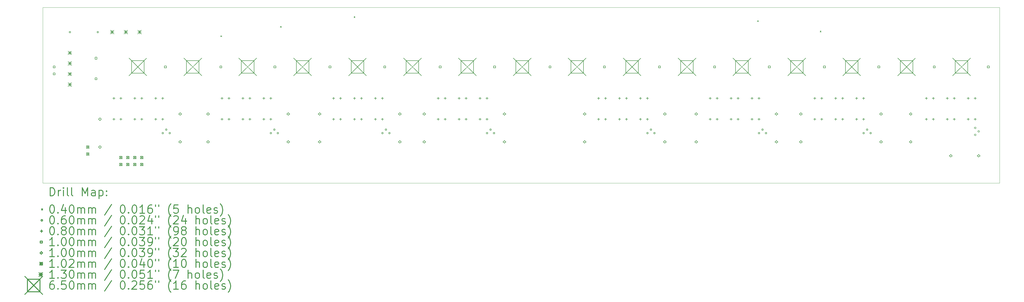
<source format=gbr>
%FSLAX45Y45*%
G04 Gerber Fmt 4.5, Leading zero omitted, Abs format (unit mm)*
G04 Created by KiCad (PCBNEW 4.0.7) date 02/21/18 09:39:38*
%MOMM*%
%LPD*%
G01*
G04 APERTURE LIST*
%ADD10C,0.127000*%
%ADD11C,0.100000*%
%ADD12C,0.200000*%
%ADD13C,0.300000*%
G04 APERTURE END LIST*
D10*
D11*
X4013200Y-15468600D02*
X4013200Y-9067800D01*
X38862000Y-15468600D02*
X4013200Y-15468600D01*
X38862000Y-9067800D02*
X38862000Y-15468600D01*
X4241800Y-9067800D02*
X38862000Y-9067800D01*
X4013200Y-9067800D02*
X4241800Y-9067800D01*
D12*
X10491028Y-10102916D02*
X10531028Y-10142916D01*
X10531028Y-10102916D02*
X10491028Y-10142916D01*
X12664760Y-9759000D02*
X12704760Y-9799000D01*
X12704760Y-9759000D02*
X12664760Y-9799000D01*
X15347000Y-9401368D02*
X15387000Y-9441368D01*
X15387000Y-9401368D02*
X15347000Y-9441368D01*
X30043440Y-9552244D02*
X30083440Y-9592244D01*
X30083440Y-9552244D02*
X30043440Y-9592244D01*
X32323344Y-9926640D02*
X32363344Y-9966640D01*
X32363344Y-9926640D02*
X32323344Y-9966640D01*
X8412000Y-13652500D02*
G75*
G03X8412000Y-13652500I-30000J0D01*
G01*
X8539000Y-13525500D02*
G75*
G03X8539000Y-13525500I-30000J0D01*
G01*
X8666000Y-13652500D02*
G75*
G03X8666000Y-13652500I-30000J0D01*
G01*
X12349000Y-13652500D02*
G75*
G03X12349000Y-13652500I-30000J0D01*
G01*
X12476000Y-13525500D02*
G75*
G03X12476000Y-13525500I-30000J0D01*
G01*
X12603000Y-13652500D02*
G75*
G03X12603000Y-13652500I-30000J0D01*
G01*
X16413000Y-13652500D02*
G75*
G03X16413000Y-13652500I-30000J0D01*
G01*
X16540000Y-13525500D02*
G75*
G03X16540000Y-13525500I-30000J0D01*
G01*
X16667000Y-13652500D02*
G75*
G03X16667000Y-13652500I-30000J0D01*
G01*
X20223000Y-13652500D02*
G75*
G03X20223000Y-13652500I-30000J0D01*
G01*
X20350000Y-13525500D02*
G75*
G03X20350000Y-13525500I-30000J0D01*
G01*
X20477000Y-13652500D02*
G75*
G03X20477000Y-13652500I-30000J0D01*
G01*
X26065000Y-13652500D02*
G75*
G03X26065000Y-13652500I-30000J0D01*
G01*
X26192000Y-13525500D02*
G75*
G03X26192000Y-13525500I-30000J0D01*
G01*
X26319000Y-13652500D02*
G75*
G03X26319000Y-13652500I-30000J0D01*
G01*
X30129000Y-13652500D02*
G75*
G03X30129000Y-13652500I-30000J0D01*
G01*
X30256000Y-13525500D02*
G75*
G03X30256000Y-13525500I-30000J0D01*
G01*
X30383000Y-13652500D02*
G75*
G03X30383000Y-13652500I-30000J0D01*
G01*
X33939000Y-13652500D02*
G75*
G03X33939000Y-13652500I-30000J0D01*
G01*
X34066000Y-13525500D02*
G75*
G03X34066000Y-13525500I-30000J0D01*
G01*
X34193000Y-13652500D02*
G75*
G03X34193000Y-13652500I-30000J0D01*
G01*
X38003000Y-13462000D02*
G75*
G03X38003000Y-13462000I-30000J0D01*
G01*
X38003000Y-13716000D02*
G75*
G03X38003000Y-13716000I-30000J0D01*
G01*
X38130000Y-13589000D02*
G75*
G03X38130000Y-13589000I-30000J0D01*
G01*
X4999500Y-9929500D02*
X4999500Y-10009500D01*
X4959500Y-9969500D02*
X5039500Y-9969500D01*
X6015500Y-9929500D02*
X6015500Y-10009500D01*
X5975500Y-9969500D02*
X6055500Y-9969500D01*
X6604000Y-12342500D02*
X6604000Y-12422500D01*
X6564000Y-12382500D02*
X6644000Y-12382500D01*
X6604000Y-13104500D02*
X6604000Y-13184500D01*
X6564000Y-13144500D02*
X6644000Y-13144500D01*
X6858000Y-12342500D02*
X6858000Y-12422500D01*
X6818000Y-12382500D02*
X6898000Y-12382500D01*
X6858000Y-13104500D02*
X6858000Y-13184500D01*
X6818000Y-13144500D02*
X6898000Y-13144500D01*
X7366000Y-12342500D02*
X7366000Y-12422500D01*
X7326000Y-12382500D02*
X7406000Y-12382500D01*
X7366000Y-13104500D02*
X7366000Y-13184500D01*
X7326000Y-13144500D02*
X7406000Y-13144500D01*
X7620000Y-12342500D02*
X7620000Y-12422500D01*
X7580000Y-12382500D02*
X7660000Y-12382500D01*
X7620000Y-13104500D02*
X7620000Y-13184500D01*
X7580000Y-13144500D02*
X7660000Y-13144500D01*
X8128000Y-12342500D02*
X8128000Y-12422500D01*
X8088000Y-12382500D02*
X8168000Y-12382500D01*
X8128000Y-13104500D02*
X8128000Y-13184500D01*
X8088000Y-13144500D02*
X8168000Y-13144500D01*
X8382000Y-12342500D02*
X8382000Y-12422500D01*
X8342000Y-12382500D02*
X8422000Y-12382500D01*
X8382000Y-13104500D02*
X8382000Y-13184500D01*
X8342000Y-13144500D02*
X8422000Y-13144500D01*
X10541000Y-12342500D02*
X10541000Y-12422500D01*
X10501000Y-12382500D02*
X10581000Y-12382500D01*
X10541000Y-13104500D02*
X10541000Y-13184500D01*
X10501000Y-13144500D02*
X10581000Y-13144500D01*
X10795000Y-12342500D02*
X10795000Y-12422500D01*
X10755000Y-12382500D02*
X10835000Y-12382500D01*
X10795000Y-13104500D02*
X10795000Y-13184500D01*
X10755000Y-13144500D02*
X10835000Y-13144500D01*
X11303000Y-12342500D02*
X11303000Y-12422500D01*
X11263000Y-12382500D02*
X11343000Y-12382500D01*
X11303000Y-13104500D02*
X11303000Y-13184500D01*
X11263000Y-13144500D02*
X11343000Y-13144500D01*
X11557000Y-12342500D02*
X11557000Y-12422500D01*
X11517000Y-12382500D02*
X11597000Y-12382500D01*
X11557000Y-13104500D02*
X11557000Y-13184500D01*
X11517000Y-13144500D02*
X11597000Y-13144500D01*
X12065000Y-12342500D02*
X12065000Y-12422500D01*
X12025000Y-12382500D02*
X12105000Y-12382500D01*
X12065000Y-13104500D02*
X12065000Y-13184500D01*
X12025000Y-13144500D02*
X12105000Y-13144500D01*
X12319000Y-12342500D02*
X12319000Y-12422500D01*
X12279000Y-12382500D02*
X12359000Y-12382500D01*
X12319000Y-13104500D02*
X12319000Y-13184500D01*
X12279000Y-13144500D02*
X12359000Y-13144500D01*
X14605000Y-12342500D02*
X14605000Y-12422500D01*
X14565000Y-12382500D02*
X14645000Y-12382500D01*
X14605000Y-13104500D02*
X14605000Y-13184500D01*
X14565000Y-13144500D02*
X14645000Y-13144500D01*
X14859000Y-12342500D02*
X14859000Y-12422500D01*
X14819000Y-12382500D02*
X14899000Y-12382500D01*
X14859000Y-13104500D02*
X14859000Y-13184500D01*
X14819000Y-13144500D02*
X14899000Y-13144500D01*
X15367000Y-12342500D02*
X15367000Y-12422500D01*
X15327000Y-12382500D02*
X15407000Y-12382500D01*
X15367000Y-13104500D02*
X15367000Y-13184500D01*
X15327000Y-13144500D02*
X15407000Y-13144500D01*
X15621000Y-12342500D02*
X15621000Y-12422500D01*
X15581000Y-12382500D02*
X15661000Y-12382500D01*
X15621000Y-13104500D02*
X15621000Y-13184500D01*
X15581000Y-13144500D02*
X15661000Y-13144500D01*
X16129000Y-12342500D02*
X16129000Y-12422500D01*
X16089000Y-12382500D02*
X16169000Y-12382500D01*
X16129000Y-13104500D02*
X16129000Y-13184500D01*
X16089000Y-13144500D02*
X16169000Y-13144500D01*
X16383000Y-12342500D02*
X16383000Y-12422500D01*
X16343000Y-12382500D02*
X16423000Y-12382500D01*
X16383000Y-13104500D02*
X16383000Y-13184500D01*
X16343000Y-13144500D02*
X16423000Y-13144500D01*
X18415000Y-12342500D02*
X18415000Y-12422500D01*
X18375000Y-12382500D02*
X18455000Y-12382500D01*
X18415000Y-13104500D02*
X18415000Y-13184500D01*
X18375000Y-13144500D02*
X18455000Y-13144500D01*
X18669000Y-12342500D02*
X18669000Y-12422500D01*
X18629000Y-12382500D02*
X18709000Y-12382500D01*
X18669000Y-13104500D02*
X18669000Y-13184500D01*
X18629000Y-13144500D02*
X18709000Y-13144500D01*
X19177000Y-12342500D02*
X19177000Y-12422500D01*
X19137000Y-12382500D02*
X19217000Y-12382500D01*
X19177000Y-13104500D02*
X19177000Y-13184500D01*
X19137000Y-13144500D02*
X19217000Y-13144500D01*
X19431000Y-12342500D02*
X19431000Y-12422500D01*
X19391000Y-12382500D02*
X19471000Y-12382500D01*
X19431000Y-13104500D02*
X19431000Y-13184500D01*
X19391000Y-13144500D02*
X19471000Y-13144500D01*
X19939000Y-12342500D02*
X19939000Y-12422500D01*
X19899000Y-12382500D02*
X19979000Y-12382500D01*
X19939000Y-13104500D02*
X19939000Y-13184500D01*
X19899000Y-13144500D02*
X19979000Y-13144500D01*
X20193000Y-12342500D02*
X20193000Y-12422500D01*
X20153000Y-12382500D02*
X20233000Y-12382500D01*
X20193000Y-13104500D02*
X20193000Y-13184500D01*
X20153000Y-13144500D02*
X20233000Y-13144500D01*
X24257000Y-12342500D02*
X24257000Y-12422500D01*
X24217000Y-12382500D02*
X24297000Y-12382500D01*
X24257000Y-13104500D02*
X24257000Y-13184500D01*
X24217000Y-13144500D02*
X24297000Y-13144500D01*
X24511000Y-12342500D02*
X24511000Y-12422500D01*
X24471000Y-12382500D02*
X24551000Y-12382500D01*
X24511000Y-13104500D02*
X24511000Y-13184500D01*
X24471000Y-13144500D02*
X24551000Y-13144500D01*
X25019000Y-12342500D02*
X25019000Y-12422500D01*
X24979000Y-12382500D02*
X25059000Y-12382500D01*
X25019000Y-13104500D02*
X25019000Y-13184500D01*
X24979000Y-13144500D02*
X25059000Y-13144500D01*
X25273000Y-12342500D02*
X25273000Y-12422500D01*
X25233000Y-12382500D02*
X25313000Y-12382500D01*
X25273000Y-13104500D02*
X25273000Y-13184500D01*
X25233000Y-13144500D02*
X25313000Y-13144500D01*
X25781000Y-12342500D02*
X25781000Y-12422500D01*
X25741000Y-12382500D02*
X25821000Y-12382500D01*
X25781000Y-13104500D02*
X25781000Y-13184500D01*
X25741000Y-13144500D02*
X25821000Y-13144500D01*
X26035000Y-12342500D02*
X26035000Y-12422500D01*
X25995000Y-12382500D02*
X26075000Y-12382500D01*
X26035000Y-13104500D02*
X26035000Y-13184500D01*
X25995000Y-13144500D02*
X26075000Y-13144500D01*
X28321000Y-12342500D02*
X28321000Y-12422500D01*
X28281000Y-12382500D02*
X28361000Y-12382500D01*
X28321000Y-13104500D02*
X28321000Y-13184500D01*
X28281000Y-13144500D02*
X28361000Y-13144500D01*
X28575000Y-12342500D02*
X28575000Y-12422500D01*
X28535000Y-12382500D02*
X28615000Y-12382500D01*
X28575000Y-13104500D02*
X28575000Y-13184500D01*
X28535000Y-13144500D02*
X28615000Y-13144500D01*
X29083000Y-12342500D02*
X29083000Y-12422500D01*
X29043000Y-12382500D02*
X29123000Y-12382500D01*
X29083000Y-13104500D02*
X29083000Y-13184500D01*
X29043000Y-13144500D02*
X29123000Y-13144500D01*
X29337000Y-12342500D02*
X29337000Y-12422500D01*
X29297000Y-12382500D02*
X29377000Y-12382500D01*
X29337000Y-13104500D02*
X29337000Y-13184500D01*
X29297000Y-13144500D02*
X29377000Y-13144500D01*
X29845000Y-12342500D02*
X29845000Y-12422500D01*
X29805000Y-12382500D02*
X29885000Y-12382500D01*
X29845000Y-13104500D02*
X29845000Y-13184500D01*
X29805000Y-13144500D02*
X29885000Y-13144500D01*
X30099000Y-12342500D02*
X30099000Y-12422500D01*
X30059000Y-12382500D02*
X30139000Y-12382500D01*
X30099000Y-13104500D02*
X30099000Y-13184500D01*
X30059000Y-13144500D02*
X30139000Y-13144500D01*
X32131000Y-12342500D02*
X32131000Y-12422500D01*
X32091000Y-12382500D02*
X32171000Y-12382500D01*
X32131000Y-13104500D02*
X32131000Y-13184500D01*
X32091000Y-13144500D02*
X32171000Y-13144500D01*
X32385000Y-12342500D02*
X32385000Y-12422500D01*
X32345000Y-12382500D02*
X32425000Y-12382500D01*
X32385000Y-13104500D02*
X32385000Y-13184500D01*
X32345000Y-13144500D02*
X32425000Y-13144500D01*
X32893000Y-12342500D02*
X32893000Y-12422500D01*
X32853000Y-12382500D02*
X32933000Y-12382500D01*
X32893000Y-13104500D02*
X32893000Y-13184500D01*
X32853000Y-13144500D02*
X32933000Y-13144500D01*
X33147000Y-12342500D02*
X33147000Y-12422500D01*
X33107000Y-12382500D02*
X33187000Y-12382500D01*
X33147000Y-13104500D02*
X33147000Y-13184500D01*
X33107000Y-13144500D02*
X33187000Y-13144500D01*
X33655000Y-12342500D02*
X33655000Y-12422500D01*
X33615000Y-12382500D02*
X33695000Y-12382500D01*
X33655000Y-13104500D02*
X33655000Y-13184500D01*
X33615000Y-13144500D02*
X33695000Y-13144500D01*
X33909000Y-12342500D02*
X33909000Y-12422500D01*
X33869000Y-12382500D02*
X33949000Y-12382500D01*
X33909000Y-13104500D02*
X33909000Y-13184500D01*
X33869000Y-13144500D02*
X33949000Y-13144500D01*
X36195000Y-12342500D02*
X36195000Y-12422500D01*
X36155000Y-12382500D02*
X36235000Y-12382500D01*
X36195000Y-13104500D02*
X36195000Y-13184500D01*
X36155000Y-13144500D02*
X36235000Y-13144500D01*
X36449000Y-12342500D02*
X36449000Y-12422500D01*
X36409000Y-12382500D02*
X36489000Y-12382500D01*
X36449000Y-13104500D02*
X36449000Y-13184500D01*
X36409000Y-13144500D02*
X36489000Y-13144500D01*
X36957000Y-12342500D02*
X36957000Y-12422500D01*
X36917000Y-12382500D02*
X36997000Y-12382500D01*
X36957000Y-13104500D02*
X36957000Y-13184500D01*
X36917000Y-13144500D02*
X36997000Y-13144500D01*
X37211000Y-12342500D02*
X37211000Y-12422500D01*
X37171000Y-12382500D02*
X37251000Y-12382500D01*
X37211000Y-13104500D02*
X37211000Y-13184500D01*
X37171000Y-13144500D02*
X37251000Y-13144500D01*
X37719000Y-12342500D02*
X37719000Y-12422500D01*
X37679000Y-12382500D02*
X37759000Y-12382500D01*
X37719000Y-13104500D02*
X37719000Y-13184500D01*
X37679000Y-13144500D02*
X37759000Y-13144500D01*
X37973000Y-12342500D02*
X37973000Y-12422500D01*
X37933000Y-12382500D02*
X38013000Y-12382500D01*
X37973000Y-13104500D02*
X37973000Y-13184500D01*
X37933000Y-13144500D02*
X38013000Y-13144500D01*
X4463356Y-11274856D02*
X4463356Y-11204144D01*
X4392644Y-11204144D01*
X4392644Y-11274856D01*
X4463356Y-11274856D01*
X4463356Y-11528856D02*
X4463356Y-11458144D01*
X4392644Y-11458144D01*
X4392644Y-11528856D01*
X4463356Y-11528856D01*
X5987356Y-10957356D02*
X5987356Y-10886644D01*
X5916644Y-10886644D01*
X5916644Y-10957356D01*
X5987356Y-10957356D01*
X5987356Y-11707356D02*
X5987356Y-11636644D01*
X5916644Y-11636644D01*
X5916644Y-11707356D01*
X5987356Y-11707356D01*
X8514656Y-11274856D02*
X8514656Y-11204144D01*
X8443944Y-11204144D01*
X8443944Y-11274856D01*
X8514656Y-11274856D01*
X10533956Y-11274856D02*
X10533956Y-11204144D01*
X10463244Y-11204144D01*
X10463244Y-11274856D01*
X10533956Y-11274856D01*
X12502456Y-11274856D02*
X12502456Y-11204144D01*
X12431744Y-11204144D01*
X12431744Y-11274856D01*
X12502456Y-11274856D01*
X14509056Y-11274856D02*
X14509056Y-11204144D01*
X14438344Y-11204144D01*
X14438344Y-11274856D01*
X14509056Y-11274856D01*
X16502956Y-11274856D02*
X16502956Y-11204144D01*
X16432244Y-11204144D01*
X16432244Y-11274856D01*
X16502956Y-11274856D01*
X18522256Y-11274856D02*
X18522256Y-11204144D01*
X18451544Y-11204144D01*
X18451544Y-11274856D01*
X18522256Y-11274856D01*
X20503456Y-11274856D02*
X20503456Y-11204144D01*
X20432744Y-11204144D01*
X20432744Y-11274856D01*
X20503456Y-11274856D01*
X22522756Y-11274856D02*
X22522756Y-11204144D01*
X22452044Y-11204144D01*
X22452044Y-11274856D01*
X22522756Y-11274856D01*
X24503956Y-11274856D02*
X24503956Y-11204144D01*
X24433244Y-11204144D01*
X24433244Y-11274856D01*
X24503956Y-11274856D01*
X26510556Y-11274856D02*
X26510556Y-11204144D01*
X26439844Y-11204144D01*
X26439844Y-11274856D01*
X26510556Y-11274856D01*
X28517156Y-11274856D02*
X28517156Y-11204144D01*
X28446444Y-11204144D01*
X28446444Y-11274856D01*
X28517156Y-11274856D01*
X30511056Y-11274856D02*
X30511056Y-11204144D01*
X30440344Y-11204144D01*
X30440344Y-11274856D01*
X30511056Y-11274856D01*
X32517656Y-11274856D02*
X32517656Y-11204144D01*
X32446944Y-11204144D01*
X32446944Y-11274856D01*
X32517656Y-11274856D01*
X34498856Y-11274856D02*
X34498856Y-11204144D01*
X34428144Y-11204144D01*
X34428144Y-11274856D01*
X34498856Y-11274856D01*
X36518156Y-11274856D02*
X36518156Y-11204144D01*
X36447444Y-11204144D01*
X36447444Y-11274856D01*
X36518156Y-11274856D01*
X38486656Y-11274856D02*
X38486656Y-11204144D01*
X38415944Y-11204144D01*
X38415944Y-11274856D01*
X38486656Y-11274856D01*
X6096000Y-13194538D02*
X6146038Y-13144500D01*
X6096000Y-13094462D01*
X6045962Y-13144500D01*
X6096000Y-13194538D01*
X6096000Y-14210538D02*
X6146038Y-14160500D01*
X6096000Y-14110462D01*
X6045962Y-14160500D01*
X6096000Y-14210538D01*
X9017000Y-13004038D02*
X9067038Y-12954000D01*
X9017000Y-12903962D01*
X8966962Y-12954000D01*
X9017000Y-13004038D01*
X9017000Y-14020038D02*
X9067038Y-13970000D01*
X9017000Y-13919962D01*
X8966962Y-13970000D01*
X9017000Y-14020038D01*
X10033000Y-13004038D02*
X10083038Y-12954000D01*
X10033000Y-12903962D01*
X9982962Y-12954000D01*
X10033000Y-13004038D01*
X10033000Y-14020038D02*
X10083038Y-13970000D01*
X10033000Y-13919962D01*
X9982962Y-13970000D01*
X10033000Y-14020038D01*
X12954000Y-13004038D02*
X13004038Y-12954000D01*
X12954000Y-12903962D01*
X12903962Y-12954000D01*
X12954000Y-13004038D01*
X12954000Y-14020038D02*
X13004038Y-13970000D01*
X12954000Y-13919962D01*
X12903962Y-13970000D01*
X12954000Y-14020038D01*
X14097000Y-13004038D02*
X14147038Y-12954000D01*
X14097000Y-12903962D01*
X14046962Y-12954000D01*
X14097000Y-13004038D01*
X14097000Y-14020038D02*
X14147038Y-13970000D01*
X14097000Y-13919962D01*
X14046962Y-13970000D01*
X14097000Y-14020038D01*
X17018000Y-13004038D02*
X17068038Y-12954000D01*
X17018000Y-12903962D01*
X16967962Y-12954000D01*
X17018000Y-13004038D01*
X17018000Y-14020038D02*
X17068038Y-13970000D01*
X17018000Y-13919962D01*
X16967962Y-13970000D01*
X17018000Y-14020038D01*
X17907000Y-13004038D02*
X17957038Y-12954000D01*
X17907000Y-12903962D01*
X17856962Y-12954000D01*
X17907000Y-13004038D01*
X17907000Y-14020038D02*
X17957038Y-13970000D01*
X17907000Y-13919962D01*
X17856962Y-13970000D01*
X17907000Y-14020038D01*
X20828000Y-13004038D02*
X20878038Y-12954000D01*
X20828000Y-12903962D01*
X20777962Y-12954000D01*
X20828000Y-13004038D01*
X20828000Y-14020038D02*
X20878038Y-13970000D01*
X20828000Y-13919962D01*
X20777962Y-13970000D01*
X20828000Y-14020038D01*
X23749000Y-13004038D02*
X23799038Y-12954000D01*
X23749000Y-12903962D01*
X23698962Y-12954000D01*
X23749000Y-13004038D01*
X23749000Y-14020038D02*
X23799038Y-13970000D01*
X23749000Y-13919962D01*
X23698962Y-13970000D01*
X23749000Y-14020038D01*
X26670000Y-13004038D02*
X26720038Y-12954000D01*
X26670000Y-12903962D01*
X26619962Y-12954000D01*
X26670000Y-13004038D01*
X26670000Y-14020038D02*
X26720038Y-13970000D01*
X26670000Y-13919962D01*
X26619962Y-13970000D01*
X26670000Y-14020038D01*
X27813000Y-13004038D02*
X27863038Y-12954000D01*
X27813000Y-12903962D01*
X27762962Y-12954000D01*
X27813000Y-13004038D01*
X27813000Y-14020038D02*
X27863038Y-13970000D01*
X27813000Y-13919962D01*
X27762962Y-13970000D01*
X27813000Y-14020038D01*
X30734000Y-13004038D02*
X30784038Y-12954000D01*
X30734000Y-12903962D01*
X30683962Y-12954000D01*
X30734000Y-13004038D01*
X30734000Y-14020038D02*
X30784038Y-13970000D01*
X30734000Y-13919962D01*
X30683962Y-13970000D01*
X30734000Y-14020038D01*
X31623000Y-13004038D02*
X31673038Y-12954000D01*
X31623000Y-12903962D01*
X31572962Y-12954000D01*
X31623000Y-13004038D01*
X31623000Y-14020038D02*
X31673038Y-13970000D01*
X31623000Y-13919962D01*
X31572962Y-13970000D01*
X31623000Y-14020038D01*
X34544000Y-13004038D02*
X34594038Y-12954000D01*
X34544000Y-12903962D01*
X34493962Y-12954000D01*
X34544000Y-13004038D01*
X34544000Y-14020038D02*
X34594038Y-13970000D01*
X34544000Y-13919962D01*
X34493962Y-13970000D01*
X34544000Y-14020038D01*
X35623500Y-13004038D02*
X35673538Y-12954000D01*
X35623500Y-12903962D01*
X35573462Y-12954000D01*
X35623500Y-13004038D01*
X35623500Y-14020038D02*
X35673538Y-13970000D01*
X35623500Y-13919962D01*
X35573462Y-13970000D01*
X35623500Y-14020038D01*
X37084000Y-14528038D02*
X37134038Y-14478000D01*
X37084000Y-14427962D01*
X37033962Y-14478000D01*
X37084000Y-14528038D01*
X38100000Y-14528038D02*
X38150038Y-14478000D01*
X38100000Y-14427962D01*
X38049962Y-14478000D01*
X38100000Y-14528038D01*
X5600700Y-14109700D02*
X5702300Y-14211300D01*
X5702300Y-14109700D02*
X5600700Y-14211300D01*
X5702300Y-14160500D02*
G75*
G03X5702300Y-14160500I-50800J0D01*
G01*
X5600700Y-14363700D02*
X5702300Y-14465300D01*
X5702300Y-14363700D02*
X5600700Y-14465300D01*
X5702300Y-14414500D02*
G75*
G03X5702300Y-14414500I-50800J0D01*
G01*
X6807200Y-14490700D02*
X6908800Y-14592300D01*
X6908800Y-14490700D02*
X6807200Y-14592300D01*
X6908800Y-14541500D02*
G75*
G03X6908800Y-14541500I-50800J0D01*
G01*
X6807200Y-14744700D02*
X6908800Y-14846300D01*
X6908800Y-14744700D02*
X6807200Y-14846300D01*
X6908800Y-14795500D02*
G75*
G03X6908800Y-14795500I-50800J0D01*
G01*
X7061200Y-14490700D02*
X7162800Y-14592300D01*
X7162800Y-14490700D02*
X7061200Y-14592300D01*
X7162800Y-14541500D02*
G75*
G03X7162800Y-14541500I-50800J0D01*
G01*
X7061200Y-14744700D02*
X7162800Y-14846300D01*
X7162800Y-14744700D02*
X7061200Y-14846300D01*
X7162800Y-14795500D02*
G75*
G03X7162800Y-14795500I-50800J0D01*
G01*
X7315200Y-14490700D02*
X7416800Y-14592300D01*
X7416800Y-14490700D02*
X7315200Y-14592300D01*
X7416800Y-14541500D02*
G75*
G03X7416800Y-14541500I-50800J0D01*
G01*
X7315200Y-14744700D02*
X7416800Y-14846300D01*
X7416800Y-14744700D02*
X7315200Y-14846300D01*
X7416800Y-14795500D02*
G75*
G03X7416800Y-14795500I-50800J0D01*
G01*
X7569200Y-14490700D02*
X7670800Y-14592300D01*
X7670800Y-14490700D02*
X7569200Y-14592300D01*
X7670800Y-14541500D02*
G75*
G03X7670800Y-14541500I-50800J0D01*
G01*
X7569200Y-14744700D02*
X7670800Y-14846300D01*
X7670800Y-14744700D02*
X7569200Y-14846300D01*
X7670800Y-14795500D02*
G75*
G03X7670800Y-14795500I-50800J0D01*
G01*
X4934500Y-10662500D02*
X5064500Y-10792500D01*
X5064500Y-10662500D02*
X4934500Y-10792500D01*
X4999500Y-10662500D02*
X4999500Y-10792500D01*
X4934500Y-10727500D02*
X5064500Y-10727500D01*
X4934500Y-11047500D02*
X5064500Y-11177500D01*
X5064500Y-11047500D02*
X4934500Y-11177500D01*
X4999500Y-11047500D02*
X4999500Y-11177500D01*
X4934500Y-11112500D02*
X5064500Y-11112500D01*
X4934500Y-11432500D02*
X5064500Y-11562500D01*
X5064500Y-11432500D02*
X4934500Y-11562500D01*
X4999500Y-11432500D02*
X4999500Y-11562500D01*
X4934500Y-11497500D02*
X5064500Y-11497500D01*
X4934500Y-11817500D02*
X5064500Y-11947500D01*
X5064500Y-11817500D02*
X4934500Y-11947500D01*
X4999500Y-11817500D02*
X4999500Y-11947500D01*
X4934500Y-11882500D02*
X5064500Y-11882500D01*
X6474500Y-9904500D02*
X6604500Y-10034500D01*
X6604500Y-9904500D02*
X6474500Y-10034500D01*
X6539500Y-9904500D02*
X6539500Y-10034500D01*
X6474500Y-9969500D02*
X6604500Y-9969500D01*
X6974500Y-9904500D02*
X7104500Y-10034500D01*
X7104500Y-9904500D02*
X6974500Y-10034500D01*
X7039500Y-9904500D02*
X7039500Y-10034500D01*
X6974500Y-9969500D02*
X7104500Y-9969500D01*
X7474500Y-9904500D02*
X7604500Y-10034500D01*
X7604500Y-9904500D02*
X7474500Y-10034500D01*
X7539500Y-9904500D02*
X7539500Y-10034500D01*
X7474500Y-9969500D02*
X7604500Y-9969500D01*
X7151000Y-10914500D02*
X7801000Y-11564500D01*
X7801000Y-10914500D02*
X7151000Y-11564500D01*
X7705812Y-11469312D02*
X7705812Y-11009688D01*
X7246188Y-11009688D01*
X7246188Y-11469312D01*
X7705812Y-11469312D01*
X9151000Y-10914500D02*
X9801000Y-11564500D01*
X9801000Y-10914500D02*
X9151000Y-11564500D01*
X9705812Y-11469312D02*
X9705812Y-11009688D01*
X9246188Y-11009688D01*
X9246188Y-11469312D01*
X9705812Y-11469312D01*
X11151000Y-10914500D02*
X11801000Y-11564500D01*
X11801000Y-10914500D02*
X11151000Y-11564500D01*
X11705812Y-11469312D02*
X11705812Y-11009688D01*
X11246188Y-11009688D01*
X11246188Y-11469312D01*
X11705812Y-11469312D01*
X13151000Y-10914500D02*
X13801000Y-11564500D01*
X13801000Y-10914500D02*
X13151000Y-11564500D01*
X13705812Y-11469312D02*
X13705812Y-11009688D01*
X13246188Y-11009688D01*
X13246188Y-11469312D01*
X13705812Y-11469312D01*
X15151000Y-10914500D02*
X15801000Y-11564500D01*
X15801000Y-10914500D02*
X15151000Y-11564500D01*
X15705812Y-11469312D02*
X15705812Y-11009688D01*
X15246188Y-11009688D01*
X15246188Y-11469312D01*
X15705812Y-11469312D01*
X17151000Y-10914500D02*
X17801000Y-11564500D01*
X17801000Y-10914500D02*
X17151000Y-11564500D01*
X17705812Y-11469312D02*
X17705812Y-11009688D01*
X17246188Y-11009688D01*
X17246188Y-11469312D01*
X17705812Y-11469312D01*
X19151000Y-10914500D02*
X19801000Y-11564500D01*
X19801000Y-10914500D02*
X19151000Y-11564500D01*
X19705812Y-11469312D02*
X19705812Y-11009688D01*
X19246188Y-11009688D01*
X19246188Y-11469312D01*
X19705812Y-11469312D01*
X21151000Y-10914500D02*
X21801000Y-11564500D01*
X21801000Y-10914500D02*
X21151000Y-11564500D01*
X21705812Y-11469312D02*
X21705812Y-11009688D01*
X21246188Y-11009688D01*
X21246188Y-11469312D01*
X21705812Y-11469312D01*
X23151000Y-10914500D02*
X23801000Y-11564500D01*
X23801000Y-10914500D02*
X23151000Y-11564500D01*
X23705812Y-11469312D02*
X23705812Y-11009688D01*
X23246188Y-11009688D01*
X23246188Y-11469312D01*
X23705812Y-11469312D01*
X25151000Y-10914500D02*
X25801000Y-11564500D01*
X25801000Y-10914500D02*
X25151000Y-11564500D01*
X25705812Y-11469312D02*
X25705812Y-11009688D01*
X25246188Y-11009688D01*
X25246188Y-11469312D01*
X25705812Y-11469312D01*
X27151000Y-10914500D02*
X27801000Y-11564500D01*
X27801000Y-10914500D02*
X27151000Y-11564500D01*
X27705812Y-11469312D02*
X27705812Y-11009688D01*
X27246188Y-11009688D01*
X27246188Y-11469312D01*
X27705812Y-11469312D01*
X29151000Y-10914500D02*
X29801000Y-11564500D01*
X29801000Y-10914500D02*
X29151000Y-11564500D01*
X29705812Y-11469312D02*
X29705812Y-11009688D01*
X29246188Y-11009688D01*
X29246188Y-11469312D01*
X29705812Y-11469312D01*
X31151000Y-10914500D02*
X31801000Y-11564500D01*
X31801000Y-10914500D02*
X31151000Y-11564500D01*
X31705812Y-11469312D02*
X31705812Y-11009688D01*
X31246188Y-11009688D01*
X31246188Y-11469312D01*
X31705812Y-11469312D01*
X33151000Y-10914500D02*
X33801000Y-11564500D01*
X33801000Y-10914500D02*
X33151000Y-11564500D01*
X33705812Y-11469312D02*
X33705812Y-11009688D01*
X33246188Y-11009688D01*
X33246188Y-11469312D01*
X33705812Y-11469312D01*
X35151000Y-10914500D02*
X35801000Y-11564500D01*
X35801000Y-10914500D02*
X35151000Y-11564500D01*
X35705812Y-11469312D02*
X35705812Y-11009688D01*
X35246188Y-11009688D01*
X35246188Y-11469312D01*
X35705812Y-11469312D01*
X37151000Y-10914500D02*
X37801000Y-11564500D01*
X37801000Y-10914500D02*
X37151000Y-11564500D01*
X37705812Y-11469312D02*
X37705812Y-11009688D01*
X37246188Y-11009688D01*
X37246188Y-11469312D01*
X37705812Y-11469312D01*
D13*
X4279629Y-15939314D02*
X4279629Y-15639314D01*
X4351057Y-15639314D01*
X4393914Y-15653600D01*
X4422486Y-15682171D01*
X4436771Y-15710743D01*
X4451057Y-15767886D01*
X4451057Y-15810743D01*
X4436771Y-15867886D01*
X4422486Y-15896457D01*
X4393914Y-15925029D01*
X4351057Y-15939314D01*
X4279629Y-15939314D01*
X4579629Y-15939314D02*
X4579629Y-15739314D01*
X4579629Y-15796457D02*
X4593914Y-15767886D01*
X4608200Y-15753600D01*
X4636771Y-15739314D01*
X4665343Y-15739314D01*
X4765343Y-15939314D02*
X4765343Y-15739314D01*
X4765343Y-15639314D02*
X4751057Y-15653600D01*
X4765343Y-15667886D01*
X4779629Y-15653600D01*
X4765343Y-15639314D01*
X4765343Y-15667886D01*
X4951057Y-15939314D02*
X4922486Y-15925029D01*
X4908200Y-15896457D01*
X4908200Y-15639314D01*
X5108200Y-15939314D02*
X5079629Y-15925029D01*
X5065343Y-15896457D01*
X5065343Y-15639314D01*
X5451057Y-15939314D02*
X5451057Y-15639314D01*
X5551057Y-15853600D01*
X5651057Y-15639314D01*
X5651057Y-15939314D01*
X5922486Y-15939314D02*
X5922486Y-15782171D01*
X5908200Y-15753600D01*
X5879628Y-15739314D01*
X5822486Y-15739314D01*
X5793914Y-15753600D01*
X5922486Y-15925029D02*
X5893914Y-15939314D01*
X5822486Y-15939314D01*
X5793914Y-15925029D01*
X5779628Y-15896457D01*
X5779628Y-15867886D01*
X5793914Y-15839314D01*
X5822486Y-15825029D01*
X5893914Y-15825029D01*
X5922486Y-15810743D01*
X6065343Y-15739314D02*
X6065343Y-16039314D01*
X6065343Y-15753600D02*
X6093914Y-15739314D01*
X6151057Y-15739314D01*
X6179628Y-15753600D01*
X6193914Y-15767886D01*
X6208200Y-15796457D01*
X6208200Y-15882171D01*
X6193914Y-15910743D01*
X6179628Y-15925029D01*
X6151057Y-15939314D01*
X6093914Y-15939314D01*
X6065343Y-15925029D01*
X6336771Y-15910743D02*
X6351057Y-15925029D01*
X6336771Y-15939314D01*
X6322486Y-15925029D01*
X6336771Y-15910743D01*
X6336771Y-15939314D01*
X6336771Y-15753600D02*
X6351057Y-15767886D01*
X6336771Y-15782171D01*
X6322486Y-15767886D01*
X6336771Y-15753600D01*
X6336771Y-15782171D01*
X3968200Y-16413600D02*
X4008200Y-16453600D01*
X4008200Y-16413600D02*
X3968200Y-16453600D01*
X4336771Y-16269314D02*
X4365343Y-16269314D01*
X4393914Y-16283600D01*
X4408200Y-16297886D01*
X4422486Y-16326457D01*
X4436771Y-16383600D01*
X4436771Y-16455029D01*
X4422486Y-16512171D01*
X4408200Y-16540743D01*
X4393914Y-16555029D01*
X4365343Y-16569314D01*
X4336771Y-16569314D01*
X4308200Y-16555029D01*
X4293914Y-16540743D01*
X4279629Y-16512171D01*
X4265343Y-16455029D01*
X4265343Y-16383600D01*
X4279629Y-16326457D01*
X4293914Y-16297886D01*
X4308200Y-16283600D01*
X4336771Y-16269314D01*
X4565343Y-16540743D02*
X4579629Y-16555029D01*
X4565343Y-16569314D01*
X4551057Y-16555029D01*
X4565343Y-16540743D01*
X4565343Y-16569314D01*
X4836771Y-16369314D02*
X4836771Y-16569314D01*
X4765343Y-16255029D02*
X4693914Y-16469314D01*
X4879628Y-16469314D01*
X5051057Y-16269314D02*
X5079629Y-16269314D01*
X5108200Y-16283600D01*
X5122486Y-16297886D01*
X5136771Y-16326457D01*
X5151057Y-16383600D01*
X5151057Y-16455029D01*
X5136771Y-16512171D01*
X5122486Y-16540743D01*
X5108200Y-16555029D01*
X5079629Y-16569314D01*
X5051057Y-16569314D01*
X5022486Y-16555029D01*
X5008200Y-16540743D01*
X4993914Y-16512171D01*
X4979629Y-16455029D01*
X4979629Y-16383600D01*
X4993914Y-16326457D01*
X5008200Y-16297886D01*
X5022486Y-16283600D01*
X5051057Y-16269314D01*
X5279629Y-16569314D02*
X5279629Y-16369314D01*
X5279629Y-16397886D02*
X5293914Y-16383600D01*
X5322486Y-16369314D01*
X5365343Y-16369314D01*
X5393914Y-16383600D01*
X5408200Y-16412171D01*
X5408200Y-16569314D01*
X5408200Y-16412171D02*
X5422486Y-16383600D01*
X5451057Y-16369314D01*
X5493914Y-16369314D01*
X5522486Y-16383600D01*
X5536771Y-16412171D01*
X5536771Y-16569314D01*
X5679628Y-16569314D02*
X5679628Y-16369314D01*
X5679628Y-16397886D02*
X5693914Y-16383600D01*
X5722486Y-16369314D01*
X5765343Y-16369314D01*
X5793914Y-16383600D01*
X5808200Y-16412171D01*
X5808200Y-16569314D01*
X5808200Y-16412171D02*
X5822486Y-16383600D01*
X5851057Y-16369314D01*
X5893914Y-16369314D01*
X5922486Y-16383600D01*
X5936771Y-16412171D01*
X5936771Y-16569314D01*
X6522486Y-16255029D02*
X6265343Y-16640743D01*
X6908200Y-16269314D02*
X6936771Y-16269314D01*
X6965343Y-16283600D01*
X6979628Y-16297886D01*
X6993914Y-16326457D01*
X7008200Y-16383600D01*
X7008200Y-16455029D01*
X6993914Y-16512171D01*
X6979628Y-16540743D01*
X6965343Y-16555029D01*
X6936771Y-16569314D01*
X6908200Y-16569314D01*
X6879628Y-16555029D01*
X6865343Y-16540743D01*
X6851057Y-16512171D01*
X6836771Y-16455029D01*
X6836771Y-16383600D01*
X6851057Y-16326457D01*
X6865343Y-16297886D01*
X6879628Y-16283600D01*
X6908200Y-16269314D01*
X7136771Y-16540743D02*
X7151057Y-16555029D01*
X7136771Y-16569314D01*
X7122486Y-16555029D01*
X7136771Y-16540743D01*
X7136771Y-16569314D01*
X7336771Y-16269314D02*
X7365343Y-16269314D01*
X7393914Y-16283600D01*
X7408200Y-16297886D01*
X7422485Y-16326457D01*
X7436771Y-16383600D01*
X7436771Y-16455029D01*
X7422485Y-16512171D01*
X7408200Y-16540743D01*
X7393914Y-16555029D01*
X7365343Y-16569314D01*
X7336771Y-16569314D01*
X7308200Y-16555029D01*
X7293914Y-16540743D01*
X7279628Y-16512171D01*
X7265343Y-16455029D01*
X7265343Y-16383600D01*
X7279628Y-16326457D01*
X7293914Y-16297886D01*
X7308200Y-16283600D01*
X7336771Y-16269314D01*
X7722485Y-16569314D02*
X7551057Y-16569314D01*
X7636771Y-16569314D02*
X7636771Y-16269314D01*
X7608200Y-16312171D01*
X7579628Y-16340743D01*
X7551057Y-16355029D01*
X7979628Y-16269314D02*
X7922485Y-16269314D01*
X7893914Y-16283600D01*
X7879628Y-16297886D01*
X7851057Y-16340743D01*
X7836771Y-16397886D01*
X7836771Y-16512171D01*
X7851057Y-16540743D01*
X7865343Y-16555029D01*
X7893914Y-16569314D01*
X7951057Y-16569314D01*
X7979628Y-16555029D01*
X7993914Y-16540743D01*
X8008200Y-16512171D01*
X8008200Y-16440743D01*
X7993914Y-16412171D01*
X7979628Y-16397886D01*
X7951057Y-16383600D01*
X7893914Y-16383600D01*
X7865343Y-16397886D01*
X7851057Y-16412171D01*
X7836771Y-16440743D01*
X8122486Y-16269314D02*
X8122486Y-16326457D01*
X8236771Y-16269314D02*
X8236771Y-16326457D01*
X8679628Y-16683600D02*
X8665343Y-16669314D01*
X8636771Y-16626457D01*
X8622486Y-16597886D01*
X8608200Y-16555029D01*
X8593914Y-16483600D01*
X8593914Y-16426457D01*
X8608200Y-16355029D01*
X8622486Y-16312171D01*
X8636771Y-16283600D01*
X8665343Y-16240743D01*
X8679628Y-16226457D01*
X8936771Y-16269314D02*
X8793914Y-16269314D01*
X8779628Y-16412171D01*
X8793914Y-16397886D01*
X8822486Y-16383600D01*
X8893914Y-16383600D01*
X8922486Y-16397886D01*
X8936771Y-16412171D01*
X8951057Y-16440743D01*
X8951057Y-16512171D01*
X8936771Y-16540743D01*
X8922486Y-16555029D01*
X8893914Y-16569314D01*
X8822486Y-16569314D01*
X8793914Y-16555029D01*
X8779628Y-16540743D01*
X9308200Y-16569314D02*
X9308200Y-16269314D01*
X9436771Y-16569314D02*
X9436771Y-16412171D01*
X9422486Y-16383600D01*
X9393914Y-16369314D01*
X9351057Y-16369314D01*
X9322486Y-16383600D01*
X9308200Y-16397886D01*
X9622486Y-16569314D02*
X9593914Y-16555029D01*
X9579628Y-16540743D01*
X9565343Y-16512171D01*
X9565343Y-16426457D01*
X9579628Y-16397886D01*
X9593914Y-16383600D01*
X9622486Y-16369314D01*
X9665343Y-16369314D01*
X9693914Y-16383600D01*
X9708200Y-16397886D01*
X9722486Y-16426457D01*
X9722486Y-16512171D01*
X9708200Y-16540743D01*
X9693914Y-16555029D01*
X9665343Y-16569314D01*
X9622486Y-16569314D01*
X9893914Y-16569314D02*
X9865343Y-16555029D01*
X9851057Y-16526457D01*
X9851057Y-16269314D01*
X10122486Y-16555029D02*
X10093914Y-16569314D01*
X10036771Y-16569314D01*
X10008200Y-16555029D01*
X9993914Y-16526457D01*
X9993914Y-16412171D01*
X10008200Y-16383600D01*
X10036771Y-16369314D01*
X10093914Y-16369314D01*
X10122486Y-16383600D01*
X10136771Y-16412171D01*
X10136771Y-16440743D01*
X9993914Y-16469314D01*
X10251057Y-16555029D02*
X10279629Y-16569314D01*
X10336771Y-16569314D01*
X10365343Y-16555029D01*
X10379629Y-16526457D01*
X10379629Y-16512171D01*
X10365343Y-16483600D01*
X10336771Y-16469314D01*
X10293914Y-16469314D01*
X10265343Y-16455029D01*
X10251057Y-16426457D01*
X10251057Y-16412171D01*
X10265343Y-16383600D01*
X10293914Y-16369314D01*
X10336771Y-16369314D01*
X10365343Y-16383600D01*
X10479628Y-16683600D02*
X10493914Y-16669314D01*
X10522486Y-16626457D01*
X10536771Y-16597886D01*
X10551057Y-16555029D01*
X10565343Y-16483600D01*
X10565343Y-16426457D01*
X10551057Y-16355029D01*
X10536771Y-16312171D01*
X10522486Y-16283600D01*
X10493914Y-16240743D01*
X10479628Y-16226457D01*
X4008200Y-16829600D02*
G75*
G03X4008200Y-16829600I-30000J0D01*
G01*
X4336771Y-16665314D02*
X4365343Y-16665314D01*
X4393914Y-16679600D01*
X4408200Y-16693886D01*
X4422486Y-16722457D01*
X4436771Y-16779600D01*
X4436771Y-16851029D01*
X4422486Y-16908172D01*
X4408200Y-16936743D01*
X4393914Y-16951029D01*
X4365343Y-16965314D01*
X4336771Y-16965314D01*
X4308200Y-16951029D01*
X4293914Y-16936743D01*
X4279629Y-16908172D01*
X4265343Y-16851029D01*
X4265343Y-16779600D01*
X4279629Y-16722457D01*
X4293914Y-16693886D01*
X4308200Y-16679600D01*
X4336771Y-16665314D01*
X4565343Y-16936743D02*
X4579629Y-16951029D01*
X4565343Y-16965314D01*
X4551057Y-16951029D01*
X4565343Y-16936743D01*
X4565343Y-16965314D01*
X4836771Y-16665314D02*
X4779628Y-16665314D01*
X4751057Y-16679600D01*
X4736771Y-16693886D01*
X4708200Y-16736743D01*
X4693914Y-16793886D01*
X4693914Y-16908172D01*
X4708200Y-16936743D01*
X4722486Y-16951029D01*
X4751057Y-16965314D01*
X4808200Y-16965314D01*
X4836771Y-16951029D01*
X4851057Y-16936743D01*
X4865343Y-16908172D01*
X4865343Y-16836743D01*
X4851057Y-16808172D01*
X4836771Y-16793886D01*
X4808200Y-16779600D01*
X4751057Y-16779600D01*
X4722486Y-16793886D01*
X4708200Y-16808172D01*
X4693914Y-16836743D01*
X5051057Y-16665314D02*
X5079629Y-16665314D01*
X5108200Y-16679600D01*
X5122486Y-16693886D01*
X5136771Y-16722457D01*
X5151057Y-16779600D01*
X5151057Y-16851029D01*
X5136771Y-16908172D01*
X5122486Y-16936743D01*
X5108200Y-16951029D01*
X5079629Y-16965314D01*
X5051057Y-16965314D01*
X5022486Y-16951029D01*
X5008200Y-16936743D01*
X4993914Y-16908172D01*
X4979629Y-16851029D01*
X4979629Y-16779600D01*
X4993914Y-16722457D01*
X5008200Y-16693886D01*
X5022486Y-16679600D01*
X5051057Y-16665314D01*
X5279629Y-16965314D02*
X5279629Y-16765314D01*
X5279629Y-16793886D02*
X5293914Y-16779600D01*
X5322486Y-16765314D01*
X5365343Y-16765314D01*
X5393914Y-16779600D01*
X5408200Y-16808172D01*
X5408200Y-16965314D01*
X5408200Y-16808172D02*
X5422486Y-16779600D01*
X5451057Y-16765314D01*
X5493914Y-16765314D01*
X5522486Y-16779600D01*
X5536771Y-16808172D01*
X5536771Y-16965314D01*
X5679628Y-16965314D02*
X5679628Y-16765314D01*
X5679628Y-16793886D02*
X5693914Y-16779600D01*
X5722486Y-16765314D01*
X5765343Y-16765314D01*
X5793914Y-16779600D01*
X5808200Y-16808172D01*
X5808200Y-16965314D01*
X5808200Y-16808172D02*
X5822486Y-16779600D01*
X5851057Y-16765314D01*
X5893914Y-16765314D01*
X5922486Y-16779600D01*
X5936771Y-16808172D01*
X5936771Y-16965314D01*
X6522486Y-16651029D02*
X6265343Y-17036743D01*
X6908200Y-16665314D02*
X6936771Y-16665314D01*
X6965343Y-16679600D01*
X6979628Y-16693886D01*
X6993914Y-16722457D01*
X7008200Y-16779600D01*
X7008200Y-16851029D01*
X6993914Y-16908172D01*
X6979628Y-16936743D01*
X6965343Y-16951029D01*
X6936771Y-16965314D01*
X6908200Y-16965314D01*
X6879628Y-16951029D01*
X6865343Y-16936743D01*
X6851057Y-16908172D01*
X6836771Y-16851029D01*
X6836771Y-16779600D01*
X6851057Y-16722457D01*
X6865343Y-16693886D01*
X6879628Y-16679600D01*
X6908200Y-16665314D01*
X7136771Y-16936743D02*
X7151057Y-16951029D01*
X7136771Y-16965314D01*
X7122486Y-16951029D01*
X7136771Y-16936743D01*
X7136771Y-16965314D01*
X7336771Y-16665314D02*
X7365343Y-16665314D01*
X7393914Y-16679600D01*
X7408200Y-16693886D01*
X7422485Y-16722457D01*
X7436771Y-16779600D01*
X7436771Y-16851029D01*
X7422485Y-16908172D01*
X7408200Y-16936743D01*
X7393914Y-16951029D01*
X7365343Y-16965314D01*
X7336771Y-16965314D01*
X7308200Y-16951029D01*
X7293914Y-16936743D01*
X7279628Y-16908172D01*
X7265343Y-16851029D01*
X7265343Y-16779600D01*
X7279628Y-16722457D01*
X7293914Y-16693886D01*
X7308200Y-16679600D01*
X7336771Y-16665314D01*
X7551057Y-16693886D02*
X7565343Y-16679600D01*
X7593914Y-16665314D01*
X7665343Y-16665314D01*
X7693914Y-16679600D01*
X7708200Y-16693886D01*
X7722485Y-16722457D01*
X7722485Y-16751029D01*
X7708200Y-16793886D01*
X7536771Y-16965314D01*
X7722485Y-16965314D01*
X7979628Y-16765314D02*
X7979628Y-16965314D01*
X7908200Y-16651029D02*
X7836771Y-16865314D01*
X8022485Y-16865314D01*
X8122486Y-16665314D02*
X8122486Y-16722457D01*
X8236771Y-16665314D02*
X8236771Y-16722457D01*
X8679628Y-17079600D02*
X8665343Y-17065314D01*
X8636771Y-17022457D01*
X8622486Y-16993886D01*
X8608200Y-16951029D01*
X8593914Y-16879600D01*
X8593914Y-16822457D01*
X8608200Y-16751029D01*
X8622486Y-16708171D01*
X8636771Y-16679600D01*
X8665343Y-16636743D01*
X8679628Y-16622457D01*
X8779628Y-16693886D02*
X8793914Y-16679600D01*
X8822486Y-16665314D01*
X8893914Y-16665314D01*
X8922486Y-16679600D01*
X8936771Y-16693886D01*
X8951057Y-16722457D01*
X8951057Y-16751029D01*
X8936771Y-16793886D01*
X8765343Y-16965314D01*
X8951057Y-16965314D01*
X9208200Y-16765314D02*
X9208200Y-16965314D01*
X9136771Y-16651029D02*
X9065343Y-16865314D01*
X9251057Y-16865314D01*
X9593914Y-16965314D02*
X9593914Y-16665314D01*
X9722486Y-16965314D02*
X9722486Y-16808172D01*
X9708200Y-16779600D01*
X9679628Y-16765314D01*
X9636771Y-16765314D01*
X9608200Y-16779600D01*
X9593914Y-16793886D01*
X9908200Y-16965314D02*
X9879628Y-16951029D01*
X9865343Y-16936743D01*
X9851057Y-16908172D01*
X9851057Y-16822457D01*
X9865343Y-16793886D01*
X9879628Y-16779600D01*
X9908200Y-16765314D01*
X9951057Y-16765314D01*
X9979628Y-16779600D01*
X9993914Y-16793886D01*
X10008200Y-16822457D01*
X10008200Y-16908172D01*
X9993914Y-16936743D01*
X9979628Y-16951029D01*
X9951057Y-16965314D01*
X9908200Y-16965314D01*
X10179628Y-16965314D02*
X10151057Y-16951029D01*
X10136771Y-16922457D01*
X10136771Y-16665314D01*
X10408200Y-16951029D02*
X10379629Y-16965314D01*
X10322486Y-16965314D01*
X10293914Y-16951029D01*
X10279629Y-16922457D01*
X10279629Y-16808172D01*
X10293914Y-16779600D01*
X10322486Y-16765314D01*
X10379629Y-16765314D01*
X10408200Y-16779600D01*
X10422486Y-16808172D01*
X10422486Y-16836743D01*
X10279629Y-16865314D01*
X10536771Y-16951029D02*
X10565343Y-16965314D01*
X10622486Y-16965314D01*
X10651057Y-16951029D01*
X10665343Y-16922457D01*
X10665343Y-16908172D01*
X10651057Y-16879600D01*
X10622486Y-16865314D01*
X10579629Y-16865314D01*
X10551057Y-16851029D01*
X10536771Y-16822457D01*
X10536771Y-16808172D01*
X10551057Y-16779600D01*
X10579629Y-16765314D01*
X10622486Y-16765314D01*
X10651057Y-16779600D01*
X10765343Y-17079600D02*
X10779629Y-17065314D01*
X10808200Y-17022457D01*
X10822486Y-16993886D01*
X10836771Y-16951029D01*
X10851057Y-16879600D01*
X10851057Y-16822457D01*
X10836771Y-16751029D01*
X10822486Y-16708171D01*
X10808200Y-16679600D01*
X10779629Y-16636743D01*
X10765343Y-16622457D01*
X3968200Y-17185600D02*
X3968200Y-17265600D01*
X3928200Y-17225600D02*
X4008200Y-17225600D01*
X4336771Y-17061314D02*
X4365343Y-17061314D01*
X4393914Y-17075600D01*
X4408200Y-17089886D01*
X4422486Y-17118457D01*
X4436771Y-17175600D01*
X4436771Y-17247029D01*
X4422486Y-17304172D01*
X4408200Y-17332743D01*
X4393914Y-17347029D01*
X4365343Y-17361314D01*
X4336771Y-17361314D01*
X4308200Y-17347029D01*
X4293914Y-17332743D01*
X4279629Y-17304172D01*
X4265343Y-17247029D01*
X4265343Y-17175600D01*
X4279629Y-17118457D01*
X4293914Y-17089886D01*
X4308200Y-17075600D01*
X4336771Y-17061314D01*
X4565343Y-17332743D02*
X4579629Y-17347029D01*
X4565343Y-17361314D01*
X4551057Y-17347029D01*
X4565343Y-17332743D01*
X4565343Y-17361314D01*
X4751057Y-17189886D02*
X4722486Y-17175600D01*
X4708200Y-17161314D01*
X4693914Y-17132743D01*
X4693914Y-17118457D01*
X4708200Y-17089886D01*
X4722486Y-17075600D01*
X4751057Y-17061314D01*
X4808200Y-17061314D01*
X4836771Y-17075600D01*
X4851057Y-17089886D01*
X4865343Y-17118457D01*
X4865343Y-17132743D01*
X4851057Y-17161314D01*
X4836771Y-17175600D01*
X4808200Y-17189886D01*
X4751057Y-17189886D01*
X4722486Y-17204172D01*
X4708200Y-17218457D01*
X4693914Y-17247029D01*
X4693914Y-17304172D01*
X4708200Y-17332743D01*
X4722486Y-17347029D01*
X4751057Y-17361314D01*
X4808200Y-17361314D01*
X4836771Y-17347029D01*
X4851057Y-17332743D01*
X4865343Y-17304172D01*
X4865343Y-17247029D01*
X4851057Y-17218457D01*
X4836771Y-17204172D01*
X4808200Y-17189886D01*
X5051057Y-17061314D02*
X5079629Y-17061314D01*
X5108200Y-17075600D01*
X5122486Y-17089886D01*
X5136771Y-17118457D01*
X5151057Y-17175600D01*
X5151057Y-17247029D01*
X5136771Y-17304172D01*
X5122486Y-17332743D01*
X5108200Y-17347029D01*
X5079629Y-17361314D01*
X5051057Y-17361314D01*
X5022486Y-17347029D01*
X5008200Y-17332743D01*
X4993914Y-17304172D01*
X4979629Y-17247029D01*
X4979629Y-17175600D01*
X4993914Y-17118457D01*
X5008200Y-17089886D01*
X5022486Y-17075600D01*
X5051057Y-17061314D01*
X5279629Y-17361314D02*
X5279629Y-17161314D01*
X5279629Y-17189886D02*
X5293914Y-17175600D01*
X5322486Y-17161314D01*
X5365343Y-17161314D01*
X5393914Y-17175600D01*
X5408200Y-17204172D01*
X5408200Y-17361314D01*
X5408200Y-17204172D02*
X5422486Y-17175600D01*
X5451057Y-17161314D01*
X5493914Y-17161314D01*
X5522486Y-17175600D01*
X5536771Y-17204172D01*
X5536771Y-17361314D01*
X5679628Y-17361314D02*
X5679628Y-17161314D01*
X5679628Y-17189886D02*
X5693914Y-17175600D01*
X5722486Y-17161314D01*
X5765343Y-17161314D01*
X5793914Y-17175600D01*
X5808200Y-17204172D01*
X5808200Y-17361314D01*
X5808200Y-17204172D02*
X5822486Y-17175600D01*
X5851057Y-17161314D01*
X5893914Y-17161314D01*
X5922486Y-17175600D01*
X5936771Y-17204172D01*
X5936771Y-17361314D01*
X6522486Y-17047029D02*
X6265343Y-17432743D01*
X6908200Y-17061314D02*
X6936771Y-17061314D01*
X6965343Y-17075600D01*
X6979628Y-17089886D01*
X6993914Y-17118457D01*
X7008200Y-17175600D01*
X7008200Y-17247029D01*
X6993914Y-17304172D01*
X6979628Y-17332743D01*
X6965343Y-17347029D01*
X6936771Y-17361314D01*
X6908200Y-17361314D01*
X6879628Y-17347029D01*
X6865343Y-17332743D01*
X6851057Y-17304172D01*
X6836771Y-17247029D01*
X6836771Y-17175600D01*
X6851057Y-17118457D01*
X6865343Y-17089886D01*
X6879628Y-17075600D01*
X6908200Y-17061314D01*
X7136771Y-17332743D02*
X7151057Y-17347029D01*
X7136771Y-17361314D01*
X7122486Y-17347029D01*
X7136771Y-17332743D01*
X7136771Y-17361314D01*
X7336771Y-17061314D02*
X7365343Y-17061314D01*
X7393914Y-17075600D01*
X7408200Y-17089886D01*
X7422485Y-17118457D01*
X7436771Y-17175600D01*
X7436771Y-17247029D01*
X7422485Y-17304172D01*
X7408200Y-17332743D01*
X7393914Y-17347029D01*
X7365343Y-17361314D01*
X7336771Y-17361314D01*
X7308200Y-17347029D01*
X7293914Y-17332743D01*
X7279628Y-17304172D01*
X7265343Y-17247029D01*
X7265343Y-17175600D01*
X7279628Y-17118457D01*
X7293914Y-17089886D01*
X7308200Y-17075600D01*
X7336771Y-17061314D01*
X7536771Y-17061314D02*
X7722485Y-17061314D01*
X7622485Y-17175600D01*
X7665343Y-17175600D01*
X7693914Y-17189886D01*
X7708200Y-17204172D01*
X7722485Y-17232743D01*
X7722485Y-17304172D01*
X7708200Y-17332743D01*
X7693914Y-17347029D01*
X7665343Y-17361314D01*
X7579628Y-17361314D01*
X7551057Y-17347029D01*
X7536771Y-17332743D01*
X8008200Y-17361314D02*
X7836771Y-17361314D01*
X7922485Y-17361314D02*
X7922485Y-17061314D01*
X7893914Y-17104172D01*
X7865343Y-17132743D01*
X7836771Y-17147029D01*
X8122486Y-17061314D02*
X8122486Y-17118457D01*
X8236771Y-17061314D02*
X8236771Y-17118457D01*
X8679628Y-17475600D02*
X8665343Y-17461314D01*
X8636771Y-17418457D01*
X8622486Y-17389886D01*
X8608200Y-17347029D01*
X8593914Y-17275600D01*
X8593914Y-17218457D01*
X8608200Y-17147029D01*
X8622486Y-17104172D01*
X8636771Y-17075600D01*
X8665343Y-17032743D01*
X8679628Y-17018457D01*
X8808200Y-17361314D02*
X8865343Y-17361314D01*
X8893914Y-17347029D01*
X8908200Y-17332743D01*
X8936771Y-17289886D01*
X8951057Y-17232743D01*
X8951057Y-17118457D01*
X8936771Y-17089886D01*
X8922486Y-17075600D01*
X8893914Y-17061314D01*
X8836771Y-17061314D01*
X8808200Y-17075600D01*
X8793914Y-17089886D01*
X8779628Y-17118457D01*
X8779628Y-17189886D01*
X8793914Y-17218457D01*
X8808200Y-17232743D01*
X8836771Y-17247029D01*
X8893914Y-17247029D01*
X8922486Y-17232743D01*
X8936771Y-17218457D01*
X8951057Y-17189886D01*
X9122486Y-17189886D02*
X9093914Y-17175600D01*
X9079628Y-17161314D01*
X9065343Y-17132743D01*
X9065343Y-17118457D01*
X9079628Y-17089886D01*
X9093914Y-17075600D01*
X9122486Y-17061314D01*
X9179628Y-17061314D01*
X9208200Y-17075600D01*
X9222486Y-17089886D01*
X9236771Y-17118457D01*
X9236771Y-17132743D01*
X9222486Y-17161314D01*
X9208200Y-17175600D01*
X9179628Y-17189886D01*
X9122486Y-17189886D01*
X9093914Y-17204172D01*
X9079628Y-17218457D01*
X9065343Y-17247029D01*
X9065343Y-17304172D01*
X9079628Y-17332743D01*
X9093914Y-17347029D01*
X9122486Y-17361314D01*
X9179628Y-17361314D01*
X9208200Y-17347029D01*
X9222486Y-17332743D01*
X9236771Y-17304172D01*
X9236771Y-17247029D01*
X9222486Y-17218457D01*
X9208200Y-17204172D01*
X9179628Y-17189886D01*
X9593914Y-17361314D02*
X9593914Y-17061314D01*
X9722486Y-17361314D02*
X9722486Y-17204172D01*
X9708200Y-17175600D01*
X9679628Y-17161314D01*
X9636771Y-17161314D01*
X9608200Y-17175600D01*
X9593914Y-17189886D01*
X9908200Y-17361314D02*
X9879628Y-17347029D01*
X9865343Y-17332743D01*
X9851057Y-17304172D01*
X9851057Y-17218457D01*
X9865343Y-17189886D01*
X9879628Y-17175600D01*
X9908200Y-17161314D01*
X9951057Y-17161314D01*
X9979628Y-17175600D01*
X9993914Y-17189886D01*
X10008200Y-17218457D01*
X10008200Y-17304172D01*
X9993914Y-17332743D01*
X9979628Y-17347029D01*
X9951057Y-17361314D01*
X9908200Y-17361314D01*
X10179628Y-17361314D02*
X10151057Y-17347029D01*
X10136771Y-17318457D01*
X10136771Y-17061314D01*
X10408200Y-17347029D02*
X10379629Y-17361314D01*
X10322486Y-17361314D01*
X10293914Y-17347029D01*
X10279629Y-17318457D01*
X10279629Y-17204172D01*
X10293914Y-17175600D01*
X10322486Y-17161314D01*
X10379629Y-17161314D01*
X10408200Y-17175600D01*
X10422486Y-17204172D01*
X10422486Y-17232743D01*
X10279629Y-17261314D01*
X10536771Y-17347029D02*
X10565343Y-17361314D01*
X10622486Y-17361314D01*
X10651057Y-17347029D01*
X10665343Y-17318457D01*
X10665343Y-17304172D01*
X10651057Y-17275600D01*
X10622486Y-17261314D01*
X10579629Y-17261314D01*
X10551057Y-17247029D01*
X10536771Y-17218457D01*
X10536771Y-17204172D01*
X10551057Y-17175600D01*
X10579629Y-17161314D01*
X10622486Y-17161314D01*
X10651057Y-17175600D01*
X10765343Y-17475600D02*
X10779629Y-17461314D01*
X10808200Y-17418457D01*
X10822486Y-17389886D01*
X10836771Y-17347029D01*
X10851057Y-17275600D01*
X10851057Y-17218457D01*
X10836771Y-17147029D01*
X10822486Y-17104172D01*
X10808200Y-17075600D01*
X10779629Y-17032743D01*
X10765343Y-17018457D01*
X3993556Y-17656956D02*
X3993556Y-17586244D01*
X3922844Y-17586244D01*
X3922844Y-17656956D01*
X3993556Y-17656956D01*
X4436771Y-17757314D02*
X4265343Y-17757314D01*
X4351057Y-17757314D02*
X4351057Y-17457314D01*
X4322486Y-17500172D01*
X4293914Y-17528743D01*
X4265343Y-17543029D01*
X4565343Y-17728743D02*
X4579629Y-17743029D01*
X4565343Y-17757314D01*
X4551057Y-17743029D01*
X4565343Y-17728743D01*
X4565343Y-17757314D01*
X4765343Y-17457314D02*
X4793914Y-17457314D01*
X4822486Y-17471600D01*
X4836771Y-17485886D01*
X4851057Y-17514457D01*
X4865343Y-17571600D01*
X4865343Y-17643029D01*
X4851057Y-17700172D01*
X4836771Y-17728743D01*
X4822486Y-17743029D01*
X4793914Y-17757314D01*
X4765343Y-17757314D01*
X4736771Y-17743029D01*
X4722486Y-17728743D01*
X4708200Y-17700172D01*
X4693914Y-17643029D01*
X4693914Y-17571600D01*
X4708200Y-17514457D01*
X4722486Y-17485886D01*
X4736771Y-17471600D01*
X4765343Y-17457314D01*
X5051057Y-17457314D02*
X5079629Y-17457314D01*
X5108200Y-17471600D01*
X5122486Y-17485886D01*
X5136771Y-17514457D01*
X5151057Y-17571600D01*
X5151057Y-17643029D01*
X5136771Y-17700172D01*
X5122486Y-17728743D01*
X5108200Y-17743029D01*
X5079629Y-17757314D01*
X5051057Y-17757314D01*
X5022486Y-17743029D01*
X5008200Y-17728743D01*
X4993914Y-17700172D01*
X4979629Y-17643029D01*
X4979629Y-17571600D01*
X4993914Y-17514457D01*
X5008200Y-17485886D01*
X5022486Y-17471600D01*
X5051057Y-17457314D01*
X5279629Y-17757314D02*
X5279629Y-17557314D01*
X5279629Y-17585886D02*
X5293914Y-17571600D01*
X5322486Y-17557314D01*
X5365343Y-17557314D01*
X5393914Y-17571600D01*
X5408200Y-17600172D01*
X5408200Y-17757314D01*
X5408200Y-17600172D02*
X5422486Y-17571600D01*
X5451057Y-17557314D01*
X5493914Y-17557314D01*
X5522486Y-17571600D01*
X5536771Y-17600172D01*
X5536771Y-17757314D01*
X5679628Y-17757314D02*
X5679628Y-17557314D01*
X5679628Y-17585886D02*
X5693914Y-17571600D01*
X5722486Y-17557314D01*
X5765343Y-17557314D01*
X5793914Y-17571600D01*
X5808200Y-17600172D01*
X5808200Y-17757314D01*
X5808200Y-17600172D02*
X5822486Y-17571600D01*
X5851057Y-17557314D01*
X5893914Y-17557314D01*
X5922486Y-17571600D01*
X5936771Y-17600172D01*
X5936771Y-17757314D01*
X6522486Y-17443029D02*
X6265343Y-17828743D01*
X6908200Y-17457314D02*
X6936771Y-17457314D01*
X6965343Y-17471600D01*
X6979628Y-17485886D01*
X6993914Y-17514457D01*
X7008200Y-17571600D01*
X7008200Y-17643029D01*
X6993914Y-17700172D01*
X6979628Y-17728743D01*
X6965343Y-17743029D01*
X6936771Y-17757314D01*
X6908200Y-17757314D01*
X6879628Y-17743029D01*
X6865343Y-17728743D01*
X6851057Y-17700172D01*
X6836771Y-17643029D01*
X6836771Y-17571600D01*
X6851057Y-17514457D01*
X6865343Y-17485886D01*
X6879628Y-17471600D01*
X6908200Y-17457314D01*
X7136771Y-17728743D02*
X7151057Y-17743029D01*
X7136771Y-17757314D01*
X7122486Y-17743029D01*
X7136771Y-17728743D01*
X7136771Y-17757314D01*
X7336771Y-17457314D02*
X7365343Y-17457314D01*
X7393914Y-17471600D01*
X7408200Y-17485886D01*
X7422485Y-17514457D01*
X7436771Y-17571600D01*
X7436771Y-17643029D01*
X7422485Y-17700172D01*
X7408200Y-17728743D01*
X7393914Y-17743029D01*
X7365343Y-17757314D01*
X7336771Y-17757314D01*
X7308200Y-17743029D01*
X7293914Y-17728743D01*
X7279628Y-17700172D01*
X7265343Y-17643029D01*
X7265343Y-17571600D01*
X7279628Y-17514457D01*
X7293914Y-17485886D01*
X7308200Y-17471600D01*
X7336771Y-17457314D01*
X7536771Y-17457314D02*
X7722485Y-17457314D01*
X7622485Y-17571600D01*
X7665343Y-17571600D01*
X7693914Y-17585886D01*
X7708200Y-17600172D01*
X7722485Y-17628743D01*
X7722485Y-17700172D01*
X7708200Y-17728743D01*
X7693914Y-17743029D01*
X7665343Y-17757314D01*
X7579628Y-17757314D01*
X7551057Y-17743029D01*
X7536771Y-17728743D01*
X7865343Y-17757314D02*
X7922485Y-17757314D01*
X7951057Y-17743029D01*
X7965343Y-17728743D01*
X7993914Y-17685886D01*
X8008200Y-17628743D01*
X8008200Y-17514457D01*
X7993914Y-17485886D01*
X7979628Y-17471600D01*
X7951057Y-17457314D01*
X7893914Y-17457314D01*
X7865343Y-17471600D01*
X7851057Y-17485886D01*
X7836771Y-17514457D01*
X7836771Y-17585886D01*
X7851057Y-17614457D01*
X7865343Y-17628743D01*
X7893914Y-17643029D01*
X7951057Y-17643029D01*
X7979628Y-17628743D01*
X7993914Y-17614457D01*
X8008200Y-17585886D01*
X8122486Y-17457314D02*
X8122486Y-17514457D01*
X8236771Y-17457314D02*
X8236771Y-17514457D01*
X8679628Y-17871600D02*
X8665343Y-17857314D01*
X8636771Y-17814457D01*
X8622486Y-17785886D01*
X8608200Y-17743029D01*
X8593914Y-17671600D01*
X8593914Y-17614457D01*
X8608200Y-17543029D01*
X8622486Y-17500172D01*
X8636771Y-17471600D01*
X8665343Y-17428743D01*
X8679628Y-17414457D01*
X8779628Y-17485886D02*
X8793914Y-17471600D01*
X8822486Y-17457314D01*
X8893914Y-17457314D01*
X8922486Y-17471600D01*
X8936771Y-17485886D01*
X8951057Y-17514457D01*
X8951057Y-17543029D01*
X8936771Y-17585886D01*
X8765343Y-17757314D01*
X8951057Y-17757314D01*
X9136771Y-17457314D02*
X9165343Y-17457314D01*
X9193914Y-17471600D01*
X9208200Y-17485886D01*
X9222486Y-17514457D01*
X9236771Y-17571600D01*
X9236771Y-17643029D01*
X9222486Y-17700172D01*
X9208200Y-17728743D01*
X9193914Y-17743029D01*
X9165343Y-17757314D01*
X9136771Y-17757314D01*
X9108200Y-17743029D01*
X9093914Y-17728743D01*
X9079628Y-17700172D01*
X9065343Y-17643029D01*
X9065343Y-17571600D01*
X9079628Y-17514457D01*
X9093914Y-17485886D01*
X9108200Y-17471600D01*
X9136771Y-17457314D01*
X9593914Y-17757314D02*
X9593914Y-17457314D01*
X9722486Y-17757314D02*
X9722486Y-17600172D01*
X9708200Y-17571600D01*
X9679628Y-17557314D01*
X9636771Y-17557314D01*
X9608200Y-17571600D01*
X9593914Y-17585886D01*
X9908200Y-17757314D02*
X9879628Y-17743029D01*
X9865343Y-17728743D01*
X9851057Y-17700172D01*
X9851057Y-17614457D01*
X9865343Y-17585886D01*
X9879628Y-17571600D01*
X9908200Y-17557314D01*
X9951057Y-17557314D01*
X9979628Y-17571600D01*
X9993914Y-17585886D01*
X10008200Y-17614457D01*
X10008200Y-17700172D01*
X9993914Y-17728743D01*
X9979628Y-17743029D01*
X9951057Y-17757314D01*
X9908200Y-17757314D01*
X10179628Y-17757314D02*
X10151057Y-17743029D01*
X10136771Y-17714457D01*
X10136771Y-17457314D01*
X10408200Y-17743029D02*
X10379629Y-17757314D01*
X10322486Y-17757314D01*
X10293914Y-17743029D01*
X10279629Y-17714457D01*
X10279629Y-17600172D01*
X10293914Y-17571600D01*
X10322486Y-17557314D01*
X10379629Y-17557314D01*
X10408200Y-17571600D01*
X10422486Y-17600172D01*
X10422486Y-17628743D01*
X10279629Y-17657314D01*
X10536771Y-17743029D02*
X10565343Y-17757314D01*
X10622486Y-17757314D01*
X10651057Y-17743029D01*
X10665343Y-17714457D01*
X10665343Y-17700172D01*
X10651057Y-17671600D01*
X10622486Y-17657314D01*
X10579629Y-17657314D01*
X10551057Y-17643029D01*
X10536771Y-17614457D01*
X10536771Y-17600172D01*
X10551057Y-17571600D01*
X10579629Y-17557314D01*
X10622486Y-17557314D01*
X10651057Y-17571600D01*
X10765343Y-17871600D02*
X10779629Y-17857314D01*
X10808200Y-17814457D01*
X10822486Y-17785886D01*
X10836771Y-17743029D01*
X10851057Y-17671600D01*
X10851057Y-17614457D01*
X10836771Y-17543029D01*
X10822486Y-17500172D01*
X10808200Y-17471600D01*
X10779629Y-17428743D01*
X10765343Y-17414457D01*
X3958162Y-18067638D02*
X4008200Y-18017600D01*
X3958162Y-17967562D01*
X3908124Y-18017600D01*
X3958162Y-18067638D01*
X4436771Y-18153314D02*
X4265343Y-18153314D01*
X4351057Y-18153314D02*
X4351057Y-17853314D01*
X4322486Y-17896172D01*
X4293914Y-17924743D01*
X4265343Y-17939029D01*
X4565343Y-18124743D02*
X4579629Y-18139029D01*
X4565343Y-18153314D01*
X4551057Y-18139029D01*
X4565343Y-18124743D01*
X4565343Y-18153314D01*
X4765343Y-17853314D02*
X4793914Y-17853314D01*
X4822486Y-17867600D01*
X4836771Y-17881886D01*
X4851057Y-17910457D01*
X4865343Y-17967600D01*
X4865343Y-18039029D01*
X4851057Y-18096172D01*
X4836771Y-18124743D01*
X4822486Y-18139029D01*
X4793914Y-18153314D01*
X4765343Y-18153314D01*
X4736771Y-18139029D01*
X4722486Y-18124743D01*
X4708200Y-18096172D01*
X4693914Y-18039029D01*
X4693914Y-17967600D01*
X4708200Y-17910457D01*
X4722486Y-17881886D01*
X4736771Y-17867600D01*
X4765343Y-17853314D01*
X5051057Y-17853314D02*
X5079629Y-17853314D01*
X5108200Y-17867600D01*
X5122486Y-17881886D01*
X5136771Y-17910457D01*
X5151057Y-17967600D01*
X5151057Y-18039029D01*
X5136771Y-18096172D01*
X5122486Y-18124743D01*
X5108200Y-18139029D01*
X5079629Y-18153314D01*
X5051057Y-18153314D01*
X5022486Y-18139029D01*
X5008200Y-18124743D01*
X4993914Y-18096172D01*
X4979629Y-18039029D01*
X4979629Y-17967600D01*
X4993914Y-17910457D01*
X5008200Y-17881886D01*
X5022486Y-17867600D01*
X5051057Y-17853314D01*
X5279629Y-18153314D02*
X5279629Y-17953314D01*
X5279629Y-17981886D02*
X5293914Y-17967600D01*
X5322486Y-17953314D01*
X5365343Y-17953314D01*
X5393914Y-17967600D01*
X5408200Y-17996172D01*
X5408200Y-18153314D01*
X5408200Y-17996172D02*
X5422486Y-17967600D01*
X5451057Y-17953314D01*
X5493914Y-17953314D01*
X5522486Y-17967600D01*
X5536771Y-17996172D01*
X5536771Y-18153314D01*
X5679628Y-18153314D02*
X5679628Y-17953314D01*
X5679628Y-17981886D02*
X5693914Y-17967600D01*
X5722486Y-17953314D01*
X5765343Y-17953314D01*
X5793914Y-17967600D01*
X5808200Y-17996172D01*
X5808200Y-18153314D01*
X5808200Y-17996172D02*
X5822486Y-17967600D01*
X5851057Y-17953314D01*
X5893914Y-17953314D01*
X5922486Y-17967600D01*
X5936771Y-17996172D01*
X5936771Y-18153314D01*
X6522486Y-17839029D02*
X6265343Y-18224743D01*
X6908200Y-17853314D02*
X6936771Y-17853314D01*
X6965343Y-17867600D01*
X6979628Y-17881886D01*
X6993914Y-17910457D01*
X7008200Y-17967600D01*
X7008200Y-18039029D01*
X6993914Y-18096172D01*
X6979628Y-18124743D01*
X6965343Y-18139029D01*
X6936771Y-18153314D01*
X6908200Y-18153314D01*
X6879628Y-18139029D01*
X6865343Y-18124743D01*
X6851057Y-18096172D01*
X6836771Y-18039029D01*
X6836771Y-17967600D01*
X6851057Y-17910457D01*
X6865343Y-17881886D01*
X6879628Y-17867600D01*
X6908200Y-17853314D01*
X7136771Y-18124743D02*
X7151057Y-18139029D01*
X7136771Y-18153314D01*
X7122486Y-18139029D01*
X7136771Y-18124743D01*
X7136771Y-18153314D01*
X7336771Y-17853314D02*
X7365343Y-17853314D01*
X7393914Y-17867600D01*
X7408200Y-17881886D01*
X7422485Y-17910457D01*
X7436771Y-17967600D01*
X7436771Y-18039029D01*
X7422485Y-18096172D01*
X7408200Y-18124743D01*
X7393914Y-18139029D01*
X7365343Y-18153314D01*
X7336771Y-18153314D01*
X7308200Y-18139029D01*
X7293914Y-18124743D01*
X7279628Y-18096172D01*
X7265343Y-18039029D01*
X7265343Y-17967600D01*
X7279628Y-17910457D01*
X7293914Y-17881886D01*
X7308200Y-17867600D01*
X7336771Y-17853314D01*
X7536771Y-17853314D02*
X7722485Y-17853314D01*
X7622485Y-17967600D01*
X7665343Y-17967600D01*
X7693914Y-17981886D01*
X7708200Y-17996172D01*
X7722485Y-18024743D01*
X7722485Y-18096172D01*
X7708200Y-18124743D01*
X7693914Y-18139029D01*
X7665343Y-18153314D01*
X7579628Y-18153314D01*
X7551057Y-18139029D01*
X7536771Y-18124743D01*
X7865343Y-18153314D02*
X7922485Y-18153314D01*
X7951057Y-18139029D01*
X7965343Y-18124743D01*
X7993914Y-18081886D01*
X8008200Y-18024743D01*
X8008200Y-17910457D01*
X7993914Y-17881886D01*
X7979628Y-17867600D01*
X7951057Y-17853314D01*
X7893914Y-17853314D01*
X7865343Y-17867600D01*
X7851057Y-17881886D01*
X7836771Y-17910457D01*
X7836771Y-17981886D01*
X7851057Y-18010457D01*
X7865343Y-18024743D01*
X7893914Y-18039029D01*
X7951057Y-18039029D01*
X7979628Y-18024743D01*
X7993914Y-18010457D01*
X8008200Y-17981886D01*
X8122486Y-17853314D02*
X8122486Y-17910457D01*
X8236771Y-17853314D02*
X8236771Y-17910457D01*
X8679628Y-18267600D02*
X8665343Y-18253314D01*
X8636771Y-18210457D01*
X8622486Y-18181886D01*
X8608200Y-18139029D01*
X8593914Y-18067600D01*
X8593914Y-18010457D01*
X8608200Y-17939029D01*
X8622486Y-17896172D01*
X8636771Y-17867600D01*
X8665343Y-17824743D01*
X8679628Y-17810457D01*
X8765343Y-17853314D02*
X8951057Y-17853314D01*
X8851057Y-17967600D01*
X8893914Y-17967600D01*
X8922486Y-17981886D01*
X8936771Y-17996172D01*
X8951057Y-18024743D01*
X8951057Y-18096172D01*
X8936771Y-18124743D01*
X8922486Y-18139029D01*
X8893914Y-18153314D01*
X8808200Y-18153314D01*
X8779628Y-18139029D01*
X8765343Y-18124743D01*
X9065343Y-17881886D02*
X9079628Y-17867600D01*
X9108200Y-17853314D01*
X9179628Y-17853314D01*
X9208200Y-17867600D01*
X9222486Y-17881886D01*
X9236771Y-17910457D01*
X9236771Y-17939029D01*
X9222486Y-17981886D01*
X9051057Y-18153314D01*
X9236771Y-18153314D01*
X9593914Y-18153314D02*
X9593914Y-17853314D01*
X9722486Y-18153314D02*
X9722486Y-17996172D01*
X9708200Y-17967600D01*
X9679628Y-17953314D01*
X9636771Y-17953314D01*
X9608200Y-17967600D01*
X9593914Y-17981886D01*
X9908200Y-18153314D02*
X9879628Y-18139029D01*
X9865343Y-18124743D01*
X9851057Y-18096172D01*
X9851057Y-18010457D01*
X9865343Y-17981886D01*
X9879628Y-17967600D01*
X9908200Y-17953314D01*
X9951057Y-17953314D01*
X9979628Y-17967600D01*
X9993914Y-17981886D01*
X10008200Y-18010457D01*
X10008200Y-18096172D01*
X9993914Y-18124743D01*
X9979628Y-18139029D01*
X9951057Y-18153314D01*
X9908200Y-18153314D01*
X10179628Y-18153314D02*
X10151057Y-18139029D01*
X10136771Y-18110457D01*
X10136771Y-17853314D01*
X10408200Y-18139029D02*
X10379629Y-18153314D01*
X10322486Y-18153314D01*
X10293914Y-18139029D01*
X10279629Y-18110457D01*
X10279629Y-17996172D01*
X10293914Y-17967600D01*
X10322486Y-17953314D01*
X10379629Y-17953314D01*
X10408200Y-17967600D01*
X10422486Y-17996172D01*
X10422486Y-18024743D01*
X10279629Y-18053314D01*
X10536771Y-18139029D02*
X10565343Y-18153314D01*
X10622486Y-18153314D01*
X10651057Y-18139029D01*
X10665343Y-18110457D01*
X10665343Y-18096172D01*
X10651057Y-18067600D01*
X10622486Y-18053314D01*
X10579629Y-18053314D01*
X10551057Y-18039029D01*
X10536771Y-18010457D01*
X10536771Y-17996172D01*
X10551057Y-17967600D01*
X10579629Y-17953314D01*
X10622486Y-17953314D01*
X10651057Y-17967600D01*
X10765343Y-18267600D02*
X10779629Y-18253314D01*
X10808200Y-18210457D01*
X10822486Y-18181886D01*
X10836771Y-18139029D01*
X10851057Y-18067600D01*
X10851057Y-18010457D01*
X10836771Y-17939029D01*
X10822486Y-17896172D01*
X10808200Y-17867600D01*
X10779629Y-17824743D01*
X10765343Y-17810457D01*
X3906600Y-18362800D02*
X4008200Y-18464400D01*
X4008200Y-18362800D02*
X3906600Y-18464400D01*
X4008200Y-18413600D02*
G75*
G03X4008200Y-18413600I-50800J0D01*
G01*
X4436771Y-18549314D02*
X4265343Y-18549314D01*
X4351057Y-18549314D02*
X4351057Y-18249314D01*
X4322486Y-18292172D01*
X4293914Y-18320743D01*
X4265343Y-18335029D01*
X4565343Y-18520743D02*
X4579629Y-18535029D01*
X4565343Y-18549314D01*
X4551057Y-18535029D01*
X4565343Y-18520743D01*
X4565343Y-18549314D01*
X4765343Y-18249314D02*
X4793914Y-18249314D01*
X4822486Y-18263600D01*
X4836771Y-18277886D01*
X4851057Y-18306457D01*
X4865343Y-18363600D01*
X4865343Y-18435029D01*
X4851057Y-18492172D01*
X4836771Y-18520743D01*
X4822486Y-18535029D01*
X4793914Y-18549314D01*
X4765343Y-18549314D01*
X4736771Y-18535029D01*
X4722486Y-18520743D01*
X4708200Y-18492172D01*
X4693914Y-18435029D01*
X4693914Y-18363600D01*
X4708200Y-18306457D01*
X4722486Y-18277886D01*
X4736771Y-18263600D01*
X4765343Y-18249314D01*
X4979629Y-18277886D02*
X4993914Y-18263600D01*
X5022486Y-18249314D01*
X5093914Y-18249314D01*
X5122486Y-18263600D01*
X5136771Y-18277886D01*
X5151057Y-18306457D01*
X5151057Y-18335029D01*
X5136771Y-18377886D01*
X4965343Y-18549314D01*
X5151057Y-18549314D01*
X5279629Y-18549314D02*
X5279629Y-18349314D01*
X5279629Y-18377886D02*
X5293914Y-18363600D01*
X5322486Y-18349314D01*
X5365343Y-18349314D01*
X5393914Y-18363600D01*
X5408200Y-18392172D01*
X5408200Y-18549314D01*
X5408200Y-18392172D02*
X5422486Y-18363600D01*
X5451057Y-18349314D01*
X5493914Y-18349314D01*
X5522486Y-18363600D01*
X5536771Y-18392172D01*
X5536771Y-18549314D01*
X5679628Y-18549314D02*
X5679628Y-18349314D01*
X5679628Y-18377886D02*
X5693914Y-18363600D01*
X5722486Y-18349314D01*
X5765343Y-18349314D01*
X5793914Y-18363600D01*
X5808200Y-18392172D01*
X5808200Y-18549314D01*
X5808200Y-18392172D02*
X5822486Y-18363600D01*
X5851057Y-18349314D01*
X5893914Y-18349314D01*
X5922486Y-18363600D01*
X5936771Y-18392172D01*
X5936771Y-18549314D01*
X6522486Y-18235029D02*
X6265343Y-18620743D01*
X6908200Y-18249314D02*
X6936771Y-18249314D01*
X6965343Y-18263600D01*
X6979628Y-18277886D01*
X6993914Y-18306457D01*
X7008200Y-18363600D01*
X7008200Y-18435029D01*
X6993914Y-18492172D01*
X6979628Y-18520743D01*
X6965343Y-18535029D01*
X6936771Y-18549314D01*
X6908200Y-18549314D01*
X6879628Y-18535029D01*
X6865343Y-18520743D01*
X6851057Y-18492172D01*
X6836771Y-18435029D01*
X6836771Y-18363600D01*
X6851057Y-18306457D01*
X6865343Y-18277886D01*
X6879628Y-18263600D01*
X6908200Y-18249314D01*
X7136771Y-18520743D02*
X7151057Y-18535029D01*
X7136771Y-18549314D01*
X7122486Y-18535029D01*
X7136771Y-18520743D01*
X7136771Y-18549314D01*
X7336771Y-18249314D02*
X7365343Y-18249314D01*
X7393914Y-18263600D01*
X7408200Y-18277886D01*
X7422485Y-18306457D01*
X7436771Y-18363600D01*
X7436771Y-18435029D01*
X7422485Y-18492172D01*
X7408200Y-18520743D01*
X7393914Y-18535029D01*
X7365343Y-18549314D01*
X7336771Y-18549314D01*
X7308200Y-18535029D01*
X7293914Y-18520743D01*
X7279628Y-18492172D01*
X7265343Y-18435029D01*
X7265343Y-18363600D01*
X7279628Y-18306457D01*
X7293914Y-18277886D01*
X7308200Y-18263600D01*
X7336771Y-18249314D01*
X7693914Y-18349314D02*
X7693914Y-18549314D01*
X7622485Y-18235029D02*
X7551057Y-18449314D01*
X7736771Y-18449314D01*
X7908200Y-18249314D02*
X7936771Y-18249314D01*
X7965343Y-18263600D01*
X7979628Y-18277886D01*
X7993914Y-18306457D01*
X8008200Y-18363600D01*
X8008200Y-18435029D01*
X7993914Y-18492172D01*
X7979628Y-18520743D01*
X7965343Y-18535029D01*
X7936771Y-18549314D01*
X7908200Y-18549314D01*
X7879628Y-18535029D01*
X7865343Y-18520743D01*
X7851057Y-18492172D01*
X7836771Y-18435029D01*
X7836771Y-18363600D01*
X7851057Y-18306457D01*
X7865343Y-18277886D01*
X7879628Y-18263600D01*
X7908200Y-18249314D01*
X8122486Y-18249314D02*
X8122486Y-18306457D01*
X8236771Y-18249314D02*
X8236771Y-18306457D01*
X8679628Y-18663600D02*
X8665343Y-18649314D01*
X8636771Y-18606457D01*
X8622486Y-18577886D01*
X8608200Y-18535029D01*
X8593914Y-18463600D01*
X8593914Y-18406457D01*
X8608200Y-18335029D01*
X8622486Y-18292172D01*
X8636771Y-18263600D01*
X8665343Y-18220743D01*
X8679628Y-18206457D01*
X8951057Y-18549314D02*
X8779628Y-18549314D01*
X8865343Y-18549314D02*
X8865343Y-18249314D01*
X8836771Y-18292172D01*
X8808200Y-18320743D01*
X8779628Y-18335029D01*
X9136771Y-18249314D02*
X9165343Y-18249314D01*
X9193914Y-18263600D01*
X9208200Y-18277886D01*
X9222486Y-18306457D01*
X9236771Y-18363600D01*
X9236771Y-18435029D01*
X9222486Y-18492172D01*
X9208200Y-18520743D01*
X9193914Y-18535029D01*
X9165343Y-18549314D01*
X9136771Y-18549314D01*
X9108200Y-18535029D01*
X9093914Y-18520743D01*
X9079628Y-18492172D01*
X9065343Y-18435029D01*
X9065343Y-18363600D01*
X9079628Y-18306457D01*
X9093914Y-18277886D01*
X9108200Y-18263600D01*
X9136771Y-18249314D01*
X9593914Y-18549314D02*
X9593914Y-18249314D01*
X9722486Y-18549314D02*
X9722486Y-18392172D01*
X9708200Y-18363600D01*
X9679628Y-18349314D01*
X9636771Y-18349314D01*
X9608200Y-18363600D01*
X9593914Y-18377886D01*
X9908200Y-18549314D02*
X9879628Y-18535029D01*
X9865343Y-18520743D01*
X9851057Y-18492172D01*
X9851057Y-18406457D01*
X9865343Y-18377886D01*
X9879628Y-18363600D01*
X9908200Y-18349314D01*
X9951057Y-18349314D01*
X9979628Y-18363600D01*
X9993914Y-18377886D01*
X10008200Y-18406457D01*
X10008200Y-18492172D01*
X9993914Y-18520743D01*
X9979628Y-18535029D01*
X9951057Y-18549314D01*
X9908200Y-18549314D01*
X10179628Y-18549314D02*
X10151057Y-18535029D01*
X10136771Y-18506457D01*
X10136771Y-18249314D01*
X10408200Y-18535029D02*
X10379629Y-18549314D01*
X10322486Y-18549314D01*
X10293914Y-18535029D01*
X10279629Y-18506457D01*
X10279629Y-18392172D01*
X10293914Y-18363600D01*
X10322486Y-18349314D01*
X10379629Y-18349314D01*
X10408200Y-18363600D01*
X10422486Y-18392172D01*
X10422486Y-18420743D01*
X10279629Y-18449314D01*
X10536771Y-18535029D02*
X10565343Y-18549314D01*
X10622486Y-18549314D01*
X10651057Y-18535029D01*
X10665343Y-18506457D01*
X10665343Y-18492172D01*
X10651057Y-18463600D01*
X10622486Y-18449314D01*
X10579629Y-18449314D01*
X10551057Y-18435029D01*
X10536771Y-18406457D01*
X10536771Y-18392172D01*
X10551057Y-18363600D01*
X10579629Y-18349314D01*
X10622486Y-18349314D01*
X10651057Y-18363600D01*
X10765343Y-18663600D02*
X10779629Y-18649314D01*
X10808200Y-18606457D01*
X10822486Y-18577886D01*
X10836771Y-18535029D01*
X10851057Y-18463600D01*
X10851057Y-18406457D01*
X10836771Y-18335029D01*
X10822486Y-18292172D01*
X10808200Y-18263600D01*
X10779629Y-18220743D01*
X10765343Y-18206457D01*
X3878200Y-18744600D02*
X4008200Y-18874600D01*
X4008200Y-18744600D02*
X3878200Y-18874600D01*
X3943200Y-18744600D02*
X3943200Y-18874600D01*
X3878200Y-18809600D02*
X4008200Y-18809600D01*
X4436771Y-18945314D02*
X4265343Y-18945314D01*
X4351057Y-18945314D02*
X4351057Y-18645314D01*
X4322486Y-18688172D01*
X4293914Y-18716743D01*
X4265343Y-18731029D01*
X4565343Y-18916743D02*
X4579629Y-18931029D01*
X4565343Y-18945314D01*
X4551057Y-18931029D01*
X4565343Y-18916743D01*
X4565343Y-18945314D01*
X4679628Y-18645314D02*
X4865343Y-18645314D01*
X4765343Y-18759600D01*
X4808200Y-18759600D01*
X4836771Y-18773886D01*
X4851057Y-18788172D01*
X4865343Y-18816743D01*
X4865343Y-18888172D01*
X4851057Y-18916743D01*
X4836771Y-18931029D01*
X4808200Y-18945314D01*
X4722486Y-18945314D01*
X4693914Y-18931029D01*
X4679628Y-18916743D01*
X5051057Y-18645314D02*
X5079629Y-18645314D01*
X5108200Y-18659600D01*
X5122486Y-18673886D01*
X5136771Y-18702457D01*
X5151057Y-18759600D01*
X5151057Y-18831029D01*
X5136771Y-18888172D01*
X5122486Y-18916743D01*
X5108200Y-18931029D01*
X5079629Y-18945314D01*
X5051057Y-18945314D01*
X5022486Y-18931029D01*
X5008200Y-18916743D01*
X4993914Y-18888172D01*
X4979629Y-18831029D01*
X4979629Y-18759600D01*
X4993914Y-18702457D01*
X5008200Y-18673886D01*
X5022486Y-18659600D01*
X5051057Y-18645314D01*
X5279629Y-18945314D02*
X5279629Y-18745314D01*
X5279629Y-18773886D02*
X5293914Y-18759600D01*
X5322486Y-18745314D01*
X5365343Y-18745314D01*
X5393914Y-18759600D01*
X5408200Y-18788172D01*
X5408200Y-18945314D01*
X5408200Y-18788172D02*
X5422486Y-18759600D01*
X5451057Y-18745314D01*
X5493914Y-18745314D01*
X5522486Y-18759600D01*
X5536771Y-18788172D01*
X5536771Y-18945314D01*
X5679628Y-18945314D02*
X5679628Y-18745314D01*
X5679628Y-18773886D02*
X5693914Y-18759600D01*
X5722486Y-18745314D01*
X5765343Y-18745314D01*
X5793914Y-18759600D01*
X5808200Y-18788172D01*
X5808200Y-18945314D01*
X5808200Y-18788172D02*
X5822486Y-18759600D01*
X5851057Y-18745314D01*
X5893914Y-18745314D01*
X5922486Y-18759600D01*
X5936771Y-18788172D01*
X5936771Y-18945314D01*
X6522486Y-18631029D02*
X6265343Y-19016743D01*
X6908200Y-18645314D02*
X6936771Y-18645314D01*
X6965343Y-18659600D01*
X6979628Y-18673886D01*
X6993914Y-18702457D01*
X7008200Y-18759600D01*
X7008200Y-18831029D01*
X6993914Y-18888172D01*
X6979628Y-18916743D01*
X6965343Y-18931029D01*
X6936771Y-18945314D01*
X6908200Y-18945314D01*
X6879628Y-18931029D01*
X6865343Y-18916743D01*
X6851057Y-18888172D01*
X6836771Y-18831029D01*
X6836771Y-18759600D01*
X6851057Y-18702457D01*
X6865343Y-18673886D01*
X6879628Y-18659600D01*
X6908200Y-18645314D01*
X7136771Y-18916743D02*
X7151057Y-18931029D01*
X7136771Y-18945314D01*
X7122486Y-18931029D01*
X7136771Y-18916743D01*
X7136771Y-18945314D01*
X7336771Y-18645314D02*
X7365343Y-18645314D01*
X7393914Y-18659600D01*
X7408200Y-18673886D01*
X7422485Y-18702457D01*
X7436771Y-18759600D01*
X7436771Y-18831029D01*
X7422485Y-18888172D01*
X7408200Y-18916743D01*
X7393914Y-18931029D01*
X7365343Y-18945314D01*
X7336771Y-18945314D01*
X7308200Y-18931029D01*
X7293914Y-18916743D01*
X7279628Y-18888172D01*
X7265343Y-18831029D01*
X7265343Y-18759600D01*
X7279628Y-18702457D01*
X7293914Y-18673886D01*
X7308200Y-18659600D01*
X7336771Y-18645314D01*
X7708200Y-18645314D02*
X7565343Y-18645314D01*
X7551057Y-18788172D01*
X7565343Y-18773886D01*
X7593914Y-18759600D01*
X7665343Y-18759600D01*
X7693914Y-18773886D01*
X7708200Y-18788172D01*
X7722485Y-18816743D01*
X7722485Y-18888172D01*
X7708200Y-18916743D01*
X7693914Y-18931029D01*
X7665343Y-18945314D01*
X7593914Y-18945314D01*
X7565343Y-18931029D01*
X7551057Y-18916743D01*
X8008200Y-18945314D02*
X7836771Y-18945314D01*
X7922485Y-18945314D02*
X7922485Y-18645314D01*
X7893914Y-18688172D01*
X7865343Y-18716743D01*
X7836771Y-18731029D01*
X8122486Y-18645314D02*
X8122486Y-18702457D01*
X8236771Y-18645314D02*
X8236771Y-18702457D01*
X8679628Y-19059600D02*
X8665343Y-19045314D01*
X8636771Y-19002457D01*
X8622486Y-18973886D01*
X8608200Y-18931029D01*
X8593914Y-18859600D01*
X8593914Y-18802457D01*
X8608200Y-18731029D01*
X8622486Y-18688172D01*
X8636771Y-18659600D01*
X8665343Y-18616743D01*
X8679628Y-18602457D01*
X8765343Y-18645314D02*
X8965343Y-18645314D01*
X8836771Y-18945314D01*
X9308200Y-18945314D02*
X9308200Y-18645314D01*
X9436771Y-18945314D02*
X9436771Y-18788172D01*
X9422486Y-18759600D01*
X9393914Y-18745314D01*
X9351057Y-18745314D01*
X9322486Y-18759600D01*
X9308200Y-18773886D01*
X9622486Y-18945314D02*
X9593914Y-18931029D01*
X9579628Y-18916743D01*
X9565343Y-18888172D01*
X9565343Y-18802457D01*
X9579628Y-18773886D01*
X9593914Y-18759600D01*
X9622486Y-18745314D01*
X9665343Y-18745314D01*
X9693914Y-18759600D01*
X9708200Y-18773886D01*
X9722486Y-18802457D01*
X9722486Y-18888172D01*
X9708200Y-18916743D01*
X9693914Y-18931029D01*
X9665343Y-18945314D01*
X9622486Y-18945314D01*
X9893914Y-18945314D02*
X9865343Y-18931029D01*
X9851057Y-18902457D01*
X9851057Y-18645314D01*
X10122486Y-18931029D02*
X10093914Y-18945314D01*
X10036771Y-18945314D01*
X10008200Y-18931029D01*
X9993914Y-18902457D01*
X9993914Y-18788172D01*
X10008200Y-18759600D01*
X10036771Y-18745314D01*
X10093914Y-18745314D01*
X10122486Y-18759600D01*
X10136771Y-18788172D01*
X10136771Y-18816743D01*
X9993914Y-18845314D01*
X10251057Y-18931029D02*
X10279629Y-18945314D01*
X10336771Y-18945314D01*
X10365343Y-18931029D01*
X10379629Y-18902457D01*
X10379629Y-18888172D01*
X10365343Y-18859600D01*
X10336771Y-18845314D01*
X10293914Y-18845314D01*
X10265343Y-18831029D01*
X10251057Y-18802457D01*
X10251057Y-18788172D01*
X10265343Y-18759600D01*
X10293914Y-18745314D01*
X10336771Y-18745314D01*
X10365343Y-18759600D01*
X10479628Y-19059600D02*
X10493914Y-19045314D01*
X10522486Y-19002457D01*
X10536771Y-18973886D01*
X10551057Y-18931029D01*
X10565343Y-18859600D01*
X10565343Y-18802457D01*
X10551057Y-18731029D01*
X10536771Y-18688172D01*
X10522486Y-18659600D01*
X10493914Y-18616743D01*
X10479628Y-18602457D01*
X3358200Y-18880600D02*
X4008200Y-19530600D01*
X4008200Y-18880600D02*
X3358200Y-19530600D01*
X3913012Y-19435412D02*
X3913012Y-18975788D01*
X3453388Y-18975788D01*
X3453388Y-19435412D01*
X3913012Y-19435412D01*
X4408200Y-19041314D02*
X4351057Y-19041314D01*
X4322486Y-19055600D01*
X4308200Y-19069886D01*
X4279629Y-19112743D01*
X4265343Y-19169886D01*
X4265343Y-19284172D01*
X4279629Y-19312743D01*
X4293914Y-19327029D01*
X4322486Y-19341314D01*
X4379629Y-19341314D01*
X4408200Y-19327029D01*
X4422486Y-19312743D01*
X4436771Y-19284172D01*
X4436771Y-19212743D01*
X4422486Y-19184172D01*
X4408200Y-19169886D01*
X4379629Y-19155600D01*
X4322486Y-19155600D01*
X4293914Y-19169886D01*
X4279629Y-19184172D01*
X4265343Y-19212743D01*
X4565343Y-19312743D02*
X4579629Y-19327029D01*
X4565343Y-19341314D01*
X4551057Y-19327029D01*
X4565343Y-19312743D01*
X4565343Y-19341314D01*
X4851057Y-19041314D02*
X4708200Y-19041314D01*
X4693914Y-19184172D01*
X4708200Y-19169886D01*
X4736771Y-19155600D01*
X4808200Y-19155600D01*
X4836771Y-19169886D01*
X4851057Y-19184172D01*
X4865343Y-19212743D01*
X4865343Y-19284172D01*
X4851057Y-19312743D01*
X4836771Y-19327029D01*
X4808200Y-19341314D01*
X4736771Y-19341314D01*
X4708200Y-19327029D01*
X4693914Y-19312743D01*
X5051057Y-19041314D02*
X5079629Y-19041314D01*
X5108200Y-19055600D01*
X5122486Y-19069886D01*
X5136771Y-19098457D01*
X5151057Y-19155600D01*
X5151057Y-19227029D01*
X5136771Y-19284172D01*
X5122486Y-19312743D01*
X5108200Y-19327029D01*
X5079629Y-19341314D01*
X5051057Y-19341314D01*
X5022486Y-19327029D01*
X5008200Y-19312743D01*
X4993914Y-19284172D01*
X4979629Y-19227029D01*
X4979629Y-19155600D01*
X4993914Y-19098457D01*
X5008200Y-19069886D01*
X5022486Y-19055600D01*
X5051057Y-19041314D01*
X5279629Y-19341314D02*
X5279629Y-19141314D01*
X5279629Y-19169886D02*
X5293914Y-19155600D01*
X5322486Y-19141314D01*
X5365343Y-19141314D01*
X5393914Y-19155600D01*
X5408200Y-19184172D01*
X5408200Y-19341314D01*
X5408200Y-19184172D02*
X5422486Y-19155600D01*
X5451057Y-19141314D01*
X5493914Y-19141314D01*
X5522486Y-19155600D01*
X5536771Y-19184172D01*
X5536771Y-19341314D01*
X5679628Y-19341314D02*
X5679628Y-19141314D01*
X5679628Y-19169886D02*
X5693914Y-19155600D01*
X5722486Y-19141314D01*
X5765343Y-19141314D01*
X5793914Y-19155600D01*
X5808200Y-19184172D01*
X5808200Y-19341314D01*
X5808200Y-19184172D02*
X5822486Y-19155600D01*
X5851057Y-19141314D01*
X5893914Y-19141314D01*
X5922486Y-19155600D01*
X5936771Y-19184172D01*
X5936771Y-19341314D01*
X6522486Y-19027029D02*
X6265343Y-19412743D01*
X6908200Y-19041314D02*
X6936771Y-19041314D01*
X6965343Y-19055600D01*
X6979628Y-19069886D01*
X6993914Y-19098457D01*
X7008200Y-19155600D01*
X7008200Y-19227029D01*
X6993914Y-19284172D01*
X6979628Y-19312743D01*
X6965343Y-19327029D01*
X6936771Y-19341314D01*
X6908200Y-19341314D01*
X6879628Y-19327029D01*
X6865343Y-19312743D01*
X6851057Y-19284172D01*
X6836771Y-19227029D01*
X6836771Y-19155600D01*
X6851057Y-19098457D01*
X6865343Y-19069886D01*
X6879628Y-19055600D01*
X6908200Y-19041314D01*
X7136771Y-19312743D02*
X7151057Y-19327029D01*
X7136771Y-19341314D01*
X7122486Y-19327029D01*
X7136771Y-19312743D01*
X7136771Y-19341314D01*
X7265343Y-19069886D02*
X7279628Y-19055600D01*
X7308200Y-19041314D01*
X7379628Y-19041314D01*
X7408200Y-19055600D01*
X7422485Y-19069886D01*
X7436771Y-19098457D01*
X7436771Y-19127029D01*
X7422485Y-19169886D01*
X7251057Y-19341314D01*
X7436771Y-19341314D01*
X7708200Y-19041314D02*
X7565343Y-19041314D01*
X7551057Y-19184172D01*
X7565343Y-19169886D01*
X7593914Y-19155600D01*
X7665343Y-19155600D01*
X7693914Y-19169886D01*
X7708200Y-19184172D01*
X7722485Y-19212743D01*
X7722485Y-19284172D01*
X7708200Y-19312743D01*
X7693914Y-19327029D01*
X7665343Y-19341314D01*
X7593914Y-19341314D01*
X7565343Y-19327029D01*
X7551057Y-19312743D01*
X7979628Y-19041314D02*
X7922485Y-19041314D01*
X7893914Y-19055600D01*
X7879628Y-19069886D01*
X7851057Y-19112743D01*
X7836771Y-19169886D01*
X7836771Y-19284172D01*
X7851057Y-19312743D01*
X7865343Y-19327029D01*
X7893914Y-19341314D01*
X7951057Y-19341314D01*
X7979628Y-19327029D01*
X7993914Y-19312743D01*
X8008200Y-19284172D01*
X8008200Y-19212743D01*
X7993914Y-19184172D01*
X7979628Y-19169886D01*
X7951057Y-19155600D01*
X7893914Y-19155600D01*
X7865343Y-19169886D01*
X7851057Y-19184172D01*
X7836771Y-19212743D01*
X8122486Y-19041314D02*
X8122486Y-19098457D01*
X8236771Y-19041314D02*
X8236771Y-19098457D01*
X8679628Y-19455600D02*
X8665343Y-19441314D01*
X8636771Y-19398457D01*
X8622486Y-19369886D01*
X8608200Y-19327029D01*
X8593914Y-19255600D01*
X8593914Y-19198457D01*
X8608200Y-19127029D01*
X8622486Y-19084172D01*
X8636771Y-19055600D01*
X8665343Y-19012743D01*
X8679628Y-18998457D01*
X8951057Y-19341314D02*
X8779628Y-19341314D01*
X8865343Y-19341314D02*
X8865343Y-19041314D01*
X8836771Y-19084172D01*
X8808200Y-19112743D01*
X8779628Y-19127029D01*
X9208200Y-19041314D02*
X9151057Y-19041314D01*
X9122486Y-19055600D01*
X9108200Y-19069886D01*
X9079628Y-19112743D01*
X9065343Y-19169886D01*
X9065343Y-19284172D01*
X9079628Y-19312743D01*
X9093914Y-19327029D01*
X9122486Y-19341314D01*
X9179628Y-19341314D01*
X9208200Y-19327029D01*
X9222486Y-19312743D01*
X9236771Y-19284172D01*
X9236771Y-19212743D01*
X9222486Y-19184172D01*
X9208200Y-19169886D01*
X9179628Y-19155600D01*
X9122486Y-19155600D01*
X9093914Y-19169886D01*
X9079628Y-19184172D01*
X9065343Y-19212743D01*
X9593914Y-19341314D02*
X9593914Y-19041314D01*
X9722486Y-19341314D02*
X9722486Y-19184172D01*
X9708200Y-19155600D01*
X9679628Y-19141314D01*
X9636771Y-19141314D01*
X9608200Y-19155600D01*
X9593914Y-19169886D01*
X9908200Y-19341314D02*
X9879628Y-19327029D01*
X9865343Y-19312743D01*
X9851057Y-19284172D01*
X9851057Y-19198457D01*
X9865343Y-19169886D01*
X9879628Y-19155600D01*
X9908200Y-19141314D01*
X9951057Y-19141314D01*
X9979628Y-19155600D01*
X9993914Y-19169886D01*
X10008200Y-19198457D01*
X10008200Y-19284172D01*
X9993914Y-19312743D01*
X9979628Y-19327029D01*
X9951057Y-19341314D01*
X9908200Y-19341314D01*
X10179628Y-19341314D02*
X10151057Y-19327029D01*
X10136771Y-19298457D01*
X10136771Y-19041314D01*
X10408200Y-19327029D02*
X10379629Y-19341314D01*
X10322486Y-19341314D01*
X10293914Y-19327029D01*
X10279629Y-19298457D01*
X10279629Y-19184172D01*
X10293914Y-19155600D01*
X10322486Y-19141314D01*
X10379629Y-19141314D01*
X10408200Y-19155600D01*
X10422486Y-19184172D01*
X10422486Y-19212743D01*
X10279629Y-19241314D01*
X10536771Y-19327029D02*
X10565343Y-19341314D01*
X10622486Y-19341314D01*
X10651057Y-19327029D01*
X10665343Y-19298457D01*
X10665343Y-19284172D01*
X10651057Y-19255600D01*
X10622486Y-19241314D01*
X10579629Y-19241314D01*
X10551057Y-19227029D01*
X10536771Y-19198457D01*
X10536771Y-19184172D01*
X10551057Y-19155600D01*
X10579629Y-19141314D01*
X10622486Y-19141314D01*
X10651057Y-19155600D01*
X10765343Y-19455600D02*
X10779629Y-19441314D01*
X10808200Y-19398457D01*
X10822486Y-19369886D01*
X10836771Y-19327029D01*
X10851057Y-19255600D01*
X10851057Y-19198457D01*
X10836771Y-19127029D01*
X10822486Y-19084172D01*
X10808200Y-19055600D01*
X10779629Y-19012743D01*
X10765343Y-18998457D01*
M02*

</source>
